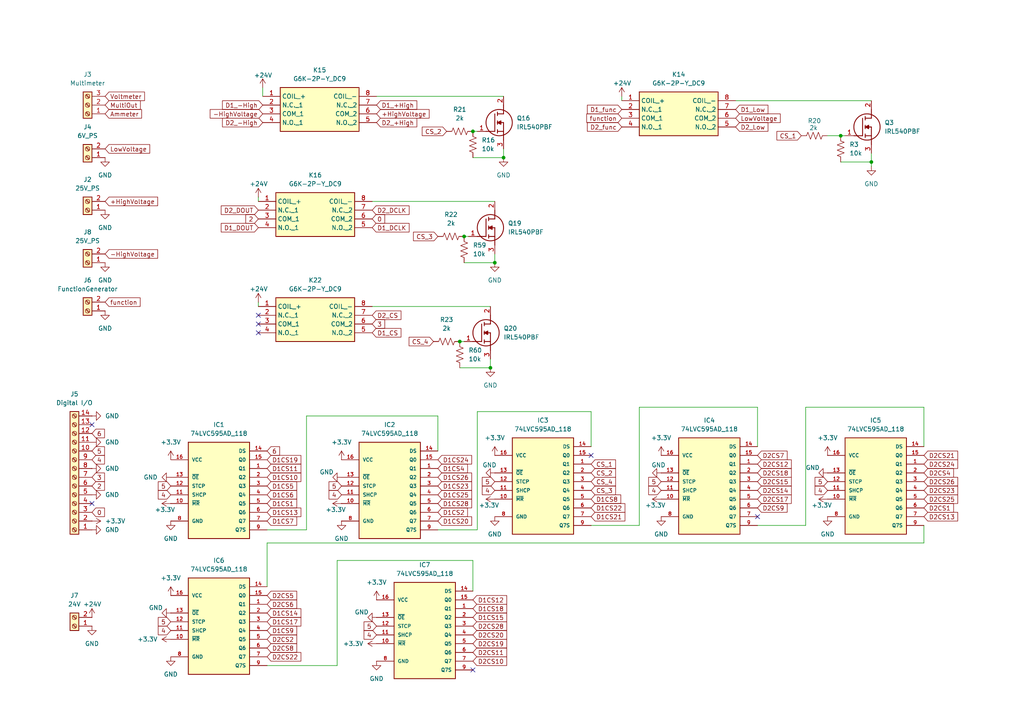
<source format=kicad_sch>
(kicad_sch (version 20231120) (generator "eeschema") (generator_version "8.0")
  (paper "A4")
  (junction (at 227.33 -97.79))
  (junction (at 279.4 -92.71))
  (junction (at 200.66 -40.64))
  (junction (at 35.56 270.51))
  (junction (at 40.64 -132.08))
  (junction (at 142.24 106.68))
  (junction (at 181.61 -81.28))
  (junction (at 113.03 220.98))
  (junction (at 285.75 261.62))
  (junction (at 203.2 270.51))
  (junction (at 35.56 279.4))
  (junction (at 232.41 -81.28))
  (junction (at 45.72 -83.82))
  (junction (at 238.76 273.05))
  (junction (at 236.22 256.54))
  (junction (at -5.08 -116.84))
  (junction (at 147.32 236.22))
  (junction (at 273.05 278.13))
  (junction (at 133.35 300.99))
  (junction (at 236.22 252.73))
  (junction (at 298.45 334.01))
  (junction (at 292.1 -20.32))
  (junction (at 207.01 313.69))
  (junction (at 243.84 39.37))
  (junction (at 41.91 -83.82))
  (junction (at 127 -53.34))
  (junction (at 252.73 -78.74))
  (junction (at 29.21 -83.82))
  (junction (at 259.08 275.59))
  (junction (at 182.88 290.83))
  (junction (at 143.51 76.2))
  (junction (at 146.05 45.72))
  (junction (at 196.85 -93.98))
  (junction (at 1.27 237.49))
  (junction (at 48.26 270.51))
  (junction (at 200.66 -44.45))
  (junction (at 289.56 326.39))
  (junction (at 107.95 -78.74))
  (junction (at 140.97 -118.11))
  (junction (at 137.16 -80.01))
  (junction (at 266.7 -76.2))
  (junction (at 196.85 -83.82))
  (junction (at 52.07 270.51))
  (junction (at 187.96 273.05))
  (junction (at 45.72 -36.83))
  (junction (at 46.99 222.25))
  (junction (at 114.3 275.59))
  (junction (at 50.8 270.51))
  (junction (at 176.53 -63.5))
  (junction (at 227.33 -101.6))
  (junction (at 143.51 274.32))
  (junction (at 1.27 228.6))
  (junction (at 52.07 317.5))
  (junction (at 140.97 -97.79))
  (junction (at 137.16 38.1))
  (junction (at 134.62 68.58))
  (junction (at 283.21 -27.94))
  (junction (at 106.68 -133.35))
  (junction (at 200.66 -58.42))
  (junction (at -5.08 -125.73))
  (junction (at 278.13 243.84))
  (junction (at 252.73 46.99))
  (junction (at 133.35 99.06))
  (junction (at 44.45 -83.82))
  (junction (at 29.21 -74.93))
  (junction (at 207.01 309.88))
  (junction (at 223.52 -83.82))
  (junction (at 207.01 295.91))
  (junction (at 203.2 260.35))
  (junction (at 271.78 -110.49))
  (junction (at 229.87 270.51))
  (junction (at 147.32 256.54))
  (no_connect (at 228.6 318.77))
  (no_connect (at 261.62 318.77))
  (no_connect (at 74.93 93.98))
  (no_connect (at 255.27 -35.56))
  (no_connect (at 219.71 149.86))
  (no_connect (at 74.93 91.44))
  (no_connect (at 26.67 123.19))
  (no_connect (at 74.93 96.52))
  (no_connect (at 222.25 -35.56))
  (no_connect (at 26.67 146.05))
  (no_connect (at 171.45 132.08))
  (no_connect (at 137.16 194.31))
  (wire (pts (xy 241.3 256.54) (xy 236.22 256.54)))
  (wire (pts (xy 195.58 -78.74) (xy 201.93 -78.74)))
  (wire (pts (xy 55.88 -72.39) (xy 50.8 -72.39)))
  (wire (pts (xy -5.08 -130.81) (xy 16.51 -130.81)))
  (wire (pts (xy 77.47 153.67) (xy 88.9 153.67)))
  (wire (pts (xy 17.78 -74.93) (xy 29.21 -74.93)))
  (wire (pts (xy 241.3 -20.32) (xy 241.3 -19.05)))
  (wire (pts (xy 134.62 68.58) (xy 135.89 68.58)))
  (wire (pts (xy 29.21 -74.93) (xy 29.21 -57.15)))
  (wire (pts (xy 172.72 273.05) (xy 187.96 273.05)))
  (wire (pts (xy 246.38 242.57) (xy 246.38 273.05)))
  (wire (pts (xy 1.27 223.52) (xy 22.86 223.52)))
  (wire (pts (xy 227.33 -97.79) (xy 227.33 -83.82)))
  (wire (pts (xy 109.22 27.94) (xy 146.05 27.94)))
  (wire (pts (xy 137.16 -80.01) (xy 148.59 -80.01)))
  (wire (pts (xy 289.56 -74.93) (xy 292.1 -74.93)))
  (wire (pts (xy 275.59 281.94) (xy 278.13 281.94)))
  (wire (pts (xy 133.35 99.06) (xy 134.62 99.06)))
  (wire (pts (xy 201.93 290.83) (xy 201.93 275.59)))
  (wire (pts (xy 233.68 152.4) (xy 233.68 118.11)))
  (wire (pts (xy 203.2 270.51) (xy 208.28 270.51)))
  (wire (pts (xy 77.47 157.48) (xy 77.47 170.18)))
  (wire (pts (xy 66.04 237.49) (xy 1.27 237.49)))
  (wire (pts (xy 264.16 -110.49) (xy 271.78 -110.49)))
  (wire (pts (xy 137.16 -80.01) (xy 137.16 -97.79)))
  (wire (pts (xy 3.81 276.86) (xy 6.35 276.86)))
  (wire (pts (xy 138.43 274.32) (xy 143.51 274.32)))
  (wire (pts (xy 133.35 300.99) (xy 187.96 300.99)))
  (wire (pts (xy 118.11 262.89) (xy 118.11 264.16)))
  (wire (pts (xy 106.68 -133.35) (xy 106.68 -109.22)))
  (wire (pts (xy 200.66 -44.45) (xy 200.66 -40.64)))
  (wire (pts (xy -5.08 -130.81) (xy -5.08 -125.73)))
  (wire (pts (xy 181.61 -43.18) (xy 176.53 -43.18)))
  (wire (pts (xy 143.51 256.54) (xy 147.32 256.54)))
  (wire (pts (xy 267.97 118.11) (xy 267.97 129.54)))
  (wire (pts (xy 228.6 278.13) (xy 273.05 278.13)))
  (wire (pts (xy 176.53 -63.5) (xy 195.58 -63.5)))
  (wire (pts (xy 228.6 247.65) (xy 228.6 248.92)))
  (wire (pts (xy 228.6 270.51) (xy 229.87 270.51)))
  (wire (pts (xy 243.84 -107.95) (xy 246.38 -107.95)))
  (wire (pts (xy 107.95 88.9) (xy 142.24 88.9)))
  (wire (pts (xy 226.06 252.73) (xy 236.22 252.73)))
  (wire (pts (xy 143.51 274.32) (xy 143.51 256.54)))
  (wire (pts (xy 229.87 -101.6) (xy 227.33 -101.6)))
  (wire (pts (xy 200.66 -58.42) (xy 200.66 -62.23)))
  (wire (pts (xy 127 -53.34) (xy 127 -36.83)))
  (wire (pts (xy -2.54 -77.47) (xy 0 -77.47)))
  (wire (pts (xy 187.96 273.05) (xy 187.96 300.99)))
  (wire (pts (xy 53.34 -95.25) (xy 55.88 -95.25)))
  (wire (pts (xy 185.42 152.4) (xy 185.42 118.11)))
  (wire (pts (xy 266.7 -16.51) (xy 266.7 -76.2)))
  (wire (pts (xy 298.45 279.4) (xy 298.45 261.62)))
  (wire (pts (xy 137.16 38.1) (xy 138.43 38.1)))
  (wire (pts (xy 107.95 58.42) (xy 143.51 58.42)))
  (wire (pts (xy 289.56 334.01) (xy 298.45 334.01)))
  (wire (pts (xy 229.87 294.64) (xy 226.06 294.64)))
  (wire (pts (xy 279.4 -27.94) (xy 283.21 -27.94)))
  (wire (pts (xy -5.08 -125.73) (xy -5.08 -116.84)))
  (wire (pts (xy 196.85 -102.87) (xy 196.85 -93.98)))
  (wire (pts (xy 147.32 227.33) (xy 278.13 227.33)))
  (wire (pts (xy 114.3 275.59) (xy 120.65 275.59)))
  (wire (pts (xy 20.32 219.71) (xy 22.86 219.71)))
  (wire (pts (xy 132.08 -80.01) (xy 137.16 -80.01)))
  (wire (pts (xy 143.51 274.32) (xy 154.94 274.32)))
  (wire (pts (xy 52.07 262.89) (xy 52.07 270.51)))
  (wire (pts (xy 217.17 306.07) (xy 238.76 306.07)))
  (wire (pts (xy 226.06 248.92) (xy 228.6 248.92)))
  (wire (pts (xy 99.06 298.45) (xy 101.6 298.45)))
  (wire (pts (xy 85.09 -118.11) (xy 140.97 -118.11)))
  (wire (pts (xy 185.42 118.11) (xy 219.71 118.11)))
  (wire (pts (xy 140.97 -127) (xy 271.78 -127)))
  (wire (pts (xy 114.3 262.89) (xy 114.3 275.59)))
  (wire (pts (xy 20.32 314.96) (xy 22.86 314.96)))
  (wire (pts (xy 199.39 -99.06) (xy 201.93 -99.06)))
  (wire (pts (xy 46.99 222.25) (xy 46.99 243.84)))
  (wire (pts (xy 196.85 -93.98) (xy 196.85 -83.82)))
  (wire (pts (xy 200.66 -44.45) (xy 199.39 -44.45)))
  (wire (pts (xy 147.32 256.54) (xy 154.94 256.54)))
  (wire (pts (xy 273.05 238.76) (xy 273.05 240.03)))
  (wire (pts (xy 222.25 -30.48) (xy 210.82 -30.48)))
  (wire (pts (xy 133.35 106.68) (xy 142.24 106.68)))
  (wire (pts (xy 142.24 106.68) (xy 142.24 104.14)))
  (wire (pts (xy 247.65 334.01) (xy 247.65 335.28)))
  (wire (pts (xy 283.21 257.81) (xy 288.29 257.81)))
  (wire (pts (xy 166.37 -63.5) (xy 176.53 -63.5)))
  (wire (pts (xy 166.37 -99.06) (xy 176.53 -99.06)))
  (wire (pts (xy 222.25 -81.28) (xy 232.41 -81.28)))
  (wire (pts (xy 217.17 323.85) (xy 217.17 306.07)))
  (wire (pts (xy 76.2 -135.89) (xy 78.74 -135.89)))
  (wire (pts (xy 143.51 76.2) (xy 143.51 73.66)))
  (wire (pts (xy 298.45 261.62) (xy 285.75 261.62)))
  (wire (pts (xy 267.97 157.48) (xy 77.47 157.48)))
  (wire (pts (xy 205.74 255.27) (xy 208.28 255.27)))
  (wire (pts (xy 62.23 262.89) (xy 52.07 262.89)))
  (wire (pts (xy 295.91 275.59) (xy 300.99 275.59)))
  (wire (pts (xy 46.99 222.25) (xy 85.09 222.25)))
  (wire (pts (xy 24.13 297.18) (xy 35.56 297.18)))
  (wire (pts (xy 172.72 290.83) (xy 182.88 290.83)))
  (wire (pts (xy 146.05 -66.04) (xy 148.59 -66.04)))
  (wire (pts (xy 201.93 -58.42) (xy 200.66 -58.42)))
  (wire (pts (xy 289.56 -78.74) (xy 294.64 -78.74)))
  (wire (pts (xy 270.51 -27.94) (xy 271.78 -27.94)))
  (wire (pts (xy 171.45 119.38) (xy 171.45 129.54)))
  (wire (pts (xy 252.73 -93.98) (xy 252.73 -78.74)))
  (wire (pts (xy 298.45 334.01) (xy 298.45 331.47)))
  (wire (pts (xy 152.4 270.51) (xy 154.94 270.51)))
  (wire (pts (xy 266.7 -114.3) (xy 266.7 -115.57)))
  (wire (pts (xy 207.01 309.88) (xy 207.01 313.69)))
  (wire (pts (xy 76.2 25.4) (xy 76.2 27.94)))
  (wire (pts (xy 29.21 -83.82) (xy 41.91 -83.82)))
  (wire (pts (xy 298.45 335.28) (xy 298.45 334.01)))
  (wire (pts (xy 59.69 259.08) (xy 62.23 259.08)))
  (wire (pts (xy 137.16 162.56) (xy 137.16 171.45)))
  (wire (pts (xy 285.75 326.39) (xy 289.56 326.39)))
  (wire (pts (xy 29.21 -83.82) (xy 29.21 -74.93)))
  (wire (pts (xy 74.93 87.63) (xy 74.93 88.9)))
  (wire (pts (xy 41.91 -92.71) (xy 41.91 -83.82)))
  (wire (pts (xy 118.11 271.78) (xy 120.65 271.78)))
  (wire (pts (xy 182.88 290.83) (xy 201.93 290.83)))
  (wire (pts (xy 229.87 -133.35) (xy 229.87 -101.6)))
  (wire (pts (xy 50.8 270.51) (xy 52.07 270.51)))
  (wire (pts (xy 219.71 118.11) (xy 219.71 129.54)))
  (wire (pts (xy 40.64 -132.08) (xy 40.64 -110.49)))
  (wire (pts (xy 179.07 -46.99) (xy 181.61 -46.99)))
  (wire (pts (xy 137.16 45.72) (xy 146.05 45.72)))
  (wire (pts (xy 113.03 -53.34) (xy 127 -53.34)))
  (wire (pts (xy 1.27 228.6) (xy 1.27 237.49)))
  (wire (pts (xy 181.61 -81.28) (xy 181.61 -53.34)))
  (wire (pts (xy 57.15 -120.65) (xy 59.69 -120.65)))
  (wire (pts (xy 261.62 321.31) (xy 264.16 321.31)))
  (wire (pts (xy 152.4 252.73) (xy 154.94 252.73)))
  (wire (pts (xy 146.05 45.72) (xy 146.05 43.18)))
  (wire (pts (xy 182.88 255.27) (xy 182.88 270.51)))
  (wire (pts (xy 6.35 261.62) (xy 1.27 261.62)))
  (wire (pts (xy 138.43 119.38) (xy 171.45 119.38)))
  (wire (pts (xy 200.66 -62.23) (xy 201.93 -62.23)))
  (wire (pts (xy 111.76 -82.55) (xy 114.3 -82.55)))
  (wire (pts (xy 223.52 -59.69) (xy 219.71 -59.69)))
  (wire (pts (xy 97.79 193.04) (xy 97.79 162.56)))
  (wire (pts (xy 176.53 -83.82) (xy 196.85 -83.82)))
  (wire (pts (xy 288.29 256.54) (xy 288.29 257.81)))
  (wire (pts (xy 210.82 -30.48) (xy 210.82 -48.26)))
  (wire (pts (xy 261.62 -16.51) (xy 266.7 -16.51)))
  (wire (pts (xy 35.56 270.51) (xy 48.26 270.51)))
  (wire (pts (xy 0 -92.71) (xy -5.08 -92.71)))
  (wire (pts (xy 182.88 290.83) (xy 182.88 311.15)))
  (wire (pts (xy 243.84 39.37) (xy 245.11 39.37)))
  (wire (pts (xy 229.87 270.51) (xy 236.22 270.51)))
  (wire (pts (xy 292.1 -92.71) (xy 279.4 -92.71)))
  (wire (pts (xy 236.22 256.54) (xy 236.22 270.51)))
  (wire (pts (xy 172.72 255.27) (xy 182.88 255.27)))
  (wire (pts (xy 257.81 -78.74) (xy 257.81 -33.02)))
  (wire (pts (xy 223.52 -83.82) (xy 227.33 -83.82)))
  (wire (pts (xy 252.73 -78.74) (xy 222.25 -78.74)))
  (wire (pts (xy 90.17 -52.07) (xy 90.17 -78.74)))
  (wire (pts (xy 17.78 -57.15) (xy 29.21 -57.15)))
  (wire (pts (xy 13.97 -134.62) (xy 16.51 -134.62)))
  (wire (pts (xy 13.97 -39.37) (xy 16.51 -39.37)))
  (wire (pts (xy 207.01 295.91) (xy 207.01 292.1)))
  (wire (pts (xy 266.7 -76.2) (xy 271.78 -76.2)))
  (wire (pts (xy 59.69 -116.84) (xy -5.08 -116.84)))
  (wire (pts (xy 53.34 -76.2) (xy 55.88 -76.2)))
  (wire (pts (xy 127 153.67) (xy 138.43 153.67)))
  (wire (pts (xy 210.82 -48.26) (xy 232.41 -48.26)))
  (wire (pts (xy -1.27 -52.07) (xy 0 -52.07)))
  (wire (pts (xy 3.81 257.81) (xy 6.35 257.81)))
  (wire (pts (xy 255.27 -38.1) (xy 292.1 -38.1)))
  (wire (pts (xy 219.71 -105.41) (xy 222.25 -105.41)))
  (wire (pts (xy 295.91 279.4) (xy 298.45 279.4)))
  (wire (pts (xy 107.95 -91.44) (xy 107.95 -78.74)))
  (wire (pts (xy 140.97 -97.79) (xy 148.59 -97.79)))
  (wire (pts (xy 219.71 -55.88) (xy 222.25 -55.88)))
  (wire (pts (xy 223.52 -83.82) (xy 223.52 -59.69)))
  (wire (pts (xy 252.73 242.57) (xy 246.38 242.57)))
  (wire (pts (xy 267.97 152.4) (xy 267.97 157.48)))
  (wire (pts (xy 289.56 326.39) (xy 290.83 326.39)))
  (wire (pts (xy 246.38 273.05) (xy 238.76 273.05)))
  (wire (pts (xy 240.03 -111.76) (xy 240.03 -81.28)))
  (wire (pts (xy 240.03 -81.28) (xy 232.41 -81.28)))
  (wire (pts (xy 137.16 -62.23) (xy 137.16 -80.01)))
  (wire (pts (xy 255.27 -33.02) (xy 257.81 -33.02)))
  (wire (pts (xy 207.01 292.1) (xy 208.28 292.1)))
  (wire (pts (xy 276.86 -96.52) (xy 281.94 -96.52)))
  (wire (pts (xy 261.62 316.23) (xy 298.45 316.23)))
  (wire (pts (xy 176.53 -99.06) (xy 176.53 -83.82)))
  (wire (pts (xy 252.73 46.99) (xy 252.73 44.45)))
  (wire (pts (xy 231.14 -97.79) (xy 227.33 -97.79)))
  (wire (pts (xy 187.96 273.05) (xy 208.28 273.05)))
  (wire (pts (xy 88.9 153.67) (xy 88.9 120.65)))
  (wire (pts (xy 228.6 273.05) (xy 238.76 273.05)))
  (wire (pts (xy -5.08 -116.84) (xy -5.08 -92.71)))
  (wire (pts (xy 207.01 309.88) (xy 205.74 309.88)))
  (wire (pts (xy 45.72 -91.44) (xy 45.72 -83.82)))
  (wire (pts (xy 127 -53.34) (xy 181.61 -53.34)))
  (wire (pts (xy 107.95 -78.74) (xy 114.3 -78.74)))
  (wire (pts (xy 228.6 314.96) (xy 228.6 316.23)))
  (wire (pts (xy 57.15 281.94) (xy 57.15 270.51)))
  (wire (pts (xy 106.68 -133.35) (xy 229.87 -133.35)))
  (wire (pts (xy 292.1 -20.32) (xy 292.1 -22.86)))
  (wire (pts (xy 43.18 241.3) (xy 43.18 243.84)))
  (wire (pts (xy 273.05 337.82) (xy 273.05 278.13)))
  (wire (pts (xy 41.91 -83.82) (xy 44.45 -83.82)))
  (wire (pts (xy 101.6 302.26) (xy 96.52 302.26)))
  (wire (pts (xy 63.5 233.68) (xy 66.04 233.68)))
  (wire (pts (xy 200.66 -58.42) (xy 200.66 -44.45)))
  (wire (pts (xy 256.54 -90.17) (xy 259.08 -90.17)))
  (wire (pts (xy 119.38 300.99) (xy 133.35 300.99)))
  (wire (pts (xy 24.13 279.4) (xy 35.56 279.4)))
  (wire (pts (xy 196.85 -83.82) (xy 201.93 -83.82)))
  (wire (pts (xy 231.14 -95.25) (xy 231.14 -97.79)))
  (wire (pts (xy -2.54 -59.69) (xy 0 -59.69)))
  (wire (pts (xy 241.3 259.08) (xy 241.3 256.54)))
  (wire (pts (xy 222.25 -83.82) (xy 223.52 -83.82)))
  (wire (pts (xy 294.64 -80.01) (xy 294.64 -78.74)))
  (wire (pts (xy 219.71 152.4) (xy 233.68 152.4)))
  (wire (pts (xy 278.13 243.84) (xy 285.75 243.84)))
  (wire (pts (xy 250.19 246.38) (xy 252.73 246.38)))
  (wire (pts (xy 36.83 -113.03) (xy 36.83 -110.49)))
  (wire (pts (xy 91.44 236.22) (xy 147.32 236.22)))
  (wire (pts (xy 40.64 -132.08) (xy 34.29 -132.08)))
  (wire (pts (xy 96.52 275.59) (xy 114.3 275.59)))
  (wire (pts (xy 226.06 298.45) (xy 228.6 298.45)))
  (wire (pts (xy 200.66 -40.64) (xy 199.39 -40.64)))
  (wire (pts (xy 90.17 -78.74) (xy 107.95 -78.74)))
  (wire (pts (xy 55.88 -91.44) (xy 45.72 -91.44)))
  (wire (pts (xy 111.76 -91.44) (xy 111.76 -90.17)))
  (wire (pts (xy 5.08 302.26) (xy 6.35 302.26)))
  (wire (pts (xy 273.05 278.13) (xy 278.13 278.13)))
  (wire (pts (xy 127 120.65) (xy 127 130.81)))
  (wire (pts (xy 146.05 -83.82) (xy 148.59 -83.82)))
  (wire (pts (xy 228.6 323.85) (xy 217.17 323.85)))
  (wire (pts (xy 152.4 288.29) (xy 154.94 288.29)))
  (wire (pts (xy 1.27 237.49) (xy 1.27 261.62)))
  (wire (pts (xy 48.26 270.51) (xy 50.8 270.51)))
  (wire (pts (xy 213.36 29.21) (xy 252.73 29.21)))
  (wire (pts (xy 208.28 251.46) (xy 203.2 251.46)))
  (wire (pts (xy 113.03 220.98) (xy 236.22 220.98)))
  (wire (pts (xy 281.94 -97.79) (xy 281.94 -96.52)))
  (wire (pts (xy 203.2 260.35) (xy 203.2 270.51)))
  (wire (pts (xy 50.8 294.64) (xy 50.8 270.51)))
  (wire (pts (xy 285.75 261.62) (xy 283.21 261.62)))
  (wire (pts (xy 34.29 -36.83) (xy 45.72 -36.83)))
  (wire (pts (xy 44.45 -83.82) (xy 45.72 -83.82)))
  (wire (pts (xy 113.03 220.98) (xy 113.03 245.11)))
  (wire (pts (xy 35.56 270.51) (xy 35.56 279.4)))
  (wire (pts (xy 207.01 295.91) (xy 207.01 309.88)))
  (wire (pts (xy 265.43 260.35) (xy 259.08 260.35)))
  (wire (pts (xy 24.13 260.35) (xy 35.56 260.35)))
  (wire (pts (xy 133.35 300.99) (xy 133.35 317.5)))
  (wire (pts (xy 1.27 223.52) (xy 1.27 228.6)))
  (wire (pts (xy 259.08 260.35) (xy 259.08 275.59)))
  (wire (pts (xy -6.35 -125.73) (xy -5.08 -125.73)))
  (wire (pts (xy 207.01 313.69) (xy 205.74 313.69)))
  (wire (pts (xy 236.22 252.73) (xy 236.22 256.54)))
  (wire (pts (xy 181.61 -81.28) (xy 201.93 -81.28)))
  (wire (pts (xy 247.65 335.28) (xy 250.19 335.28)))
  (wire (pts (xy 147.32 227.33) (xy 147.32 236.22)))
  (wire (pts (xy 264.16 -114.3) (xy 266.7 -114.3)))
  (wire (pts (xy 236.22 220.98) (xy 236.22 252.73)))
  (wire (pts (xy 292.1 -19.05) (xy 292.1 -20.32)))
  (wire (pts (xy 40.64 317.5) (xy 52.07 317.5)))
  (wire (pts (xy 285.75 243.84) (xy 285.75 261.62)))
  (wire (pts (xy 35.56 260.35) (xy 35.56 270.51)))
  (wire (pts (xy 240.03 39.37) (xy 243.84 39.37)))
  (wire (pts (xy 259.08 275.59) (xy 228.6 275.59)))
  (wire (pts (xy 195.58 -63.5) (xy 195.58 -78.74)))
  (wire (pts (xy 233.68 118.11) (xy 267.97 118.11)))
  (wire (pts (xy 59.69 278.13) (xy 62.23 278.13)))
  (wire (pts (xy 146.05 -101.6) (xy 148.59 -101.6)))
  (wire (pts (xy 243.84 46.99) (xy 252.73 46.99)))
  (wire (pts (xy 102.87 220.98) (xy 113.03 220.98)))
  (wire (pts (xy 44.45 -59.69) (xy 44.45 -83.82)))
  (wire (pts (xy 227.33 -101.6) (xy 227.33 -97.79)))
  (wire (pts (xy 133.35 317.5) (xy 52.07 317.5)))
  (wire (pts (xy 222.25 -76.2) (xy 266.7 -76.2)))
  (wire (pts (xy 259.08 -93.98) (xy 252.73 -93.98)))
  (wire (pts (xy 82.55 218.44) (xy 85.09 218.44)))
  (wire (pts (xy 203.2 251.46) (xy 203.2 260.35)))
  (wire (pts (xy 40.64 -132.08) (xy 78.74 -132.08)))
  (wire (pts (xy 96.52 302.26) (xy 96.52 275.59)))
  (wire (pts (xy 140.97 -118.11) (xy 140.97 -97.79)))
  (wire (pts (xy 176.53 -63.5) (xy 176.53 -43.18)))
  (wire (pts (xy 279.4 -92.71) (xy 276.86 -92.71)))
  (wire (pts (xy 262.89 264.16) (xy 265.43 264.16)))
  (wire (pts (xy 279.4 -110.49) (xy 279.4 -92.71)))
  (wire (pts (xy 264.16 275.59) (xy 264.16 321.31)))
  (wire (pts (xy 74.93 57.15) (xy 74.93 58.42)))
  (wire (pts (xy 278.13 227.33) (xy 278.13 243.84)))
  (wire (pts (xy 180.34 27.94) (xy 180.34 29.21)))
  (wire (pts (xy 182.88 270.51) (xy 203.2 270.51)))
  (wire (pts (xy 96.52 -133.35) (xy 106.68 -133.35)))
  (wire (pts (xy 283.21 -20.32) (xy 292.1 -20.32)))
  (wire (pts (xy 270.51 240.03) (xy 273.05 240.03)))
  (wire (pts (xy 134.62 76.2) (xy 143.51 76.2)))
  (wire (pts (xy 208.28 295.91) (xy 207.01 295.91)))
  (wire (pts (xy 269.24 -72.39) (xy 271.78 -72.39)))
  (wire (pts (xy 292.1 -74.93) (xy 292.1 -92.71)))
  (wire (pts (xy -2.54 -96.52) (xy 0 -96.52)))
  (wire (pts (xy 264.16 275.59) (xy 259.08 275.59)))
  (wire (pts (xy 45.72 -83.82) (xy 50.8 -83.82)))
  (wire (pts (xy 154.94 292.1) (xy 143.51 292.1)))
  (wire (pts (xy 50.8 -72.39) (xy 50.8 -83.82)))
  (wire (pts (xy 219.71 -101.6) (xy 227.33 -101.6)))
  (wire (pts (xy 222.25 -106.68) (xy 222.25 -105.41)))
  (wire (pts (xy 229.87 270.51) (xy 229.87 294.64)))
  (wire (pts (xy 187.96 311.15) (xy 182.88 311.15)))
  (wire (pts (xy 271.78 -127) (xy 271.78 -110.49)))
  (wire (pts (xy 46.99 222.25) (xy 40.64 222.25)))
  (wire (pts (xy 140.97 -127) (xy 140.97 -118.11)))
  (wire (pts (xy 283.21 -27.94) (xy 284.48 -27.94)))
  (wire (pts (xy 252.73 48.26) (xy 252.73 46.99)))
  (wire (pts (xy 137.16 -97.79) (xy 140.97 -97.79)))
  (wire (pts (xy 138.43 153.67) (xy 138.43 119.38)))
  (wire (pts (xy 201.93 275.59) (xy 208.28 275.59)))
  (wire (pts (xy 185.42 307.34) (xy 187.96 307.34)))
  (wire (pts (xy 92.71 -55.88) (xy 95.25 -55.88)))
  (wire (pts (xy 88.9 120.65) (xy 127 120.65)))
  (wire (pts (xy 48.26 261.62) (xy 48.26 270.51)))
  (wire (pts (xy 270.51 243.84) (xy 278.13 243.84)))
  (wire (pts (xy 0 228.6) (xy 1.27 228.6)))
  (wire (pts (xy 3.81 294.64) (xy 6.35 294.64)))
  (wire (pts (xy 29.21 -93.98) (xy 29.21 -83.82)))
  (wire (pts (xy 147.32 236.22) (xy 147.32 256.54)))
  (wire (pts (xy 45.72 -41.91) (xy 45.72 -36.83)))
  (wire (pts (xy 77.47 193.04) (xy 97.79 193.04)))
  (wire (pts (xy 35.56 279.4) (xy 35.56 297.18)))
  (wire (pts (xy 240.03 -111.76) (xy 246.38 -111.76)))
  (wire (pts (xy 300.99 275.59) (xy 300.99 274.32)))
  (wire (pts (xy 201.93 -102.87) (xy 196.85 -102.87)))
  (wire (pts (xy 52.07 270.51) (xy 57.15 270.51)))
  (wire (pts (xy 62.23 281.94) (xy 57.15 281.94)))
  (wire (pts (xy 238.76 273.05) (xy 238.76 306.07)))
  (wire (pts (xy 97.79 162.56) (xy 137.16 162.56)))
  (wire (pts (xy 271.78 -110.49) (xy 279.4 -110.49)))
  (wire (pts (xy 143.51 292.1) (xy 143.51 274.32)))
  (wire (pts (xy 171.45 152.4) (xy 185.42 152.4)))
  (wire (pts (xy 222.25 -39.37) (xy 222.25 -38.1)))
  (wire (pts (xy 257.81 -78.74) (xy 252.73 -78.74)))
  (wire (pts (xy 148.59 -62.23) (xy 137.16 -62.23)))
  (wire (pts (xy 241.3 -19.05) (xy 243.84 -19.05)))
  (wire (pts (xy 267.97 337.82) (xy 273.05 337.82)))
  (wire (pts (xy 232.41 -81.28) (xy 232.41 -48.26)))
  (wire (pts (xy 52.07 312.42) (xy 52.07 317.5)))
  (wire (pts (xy 95.25 -52.07) (xy 90.17 -52.07)))
  (wire (pts (xy 166.37 -81.28) (xy 181.61 -81.28)))
  (wire (pts (xy 127 -36.83) (xy 45.72 -36.83)))
  (wire (pts (xy 17.78 -93.98) (xy 29.21 -93.98)))
  (global_label "0" (shape input) (at 107.95 63.5 0) (property "Intersheetrefs" "${INTERSHEET_REFS}" (effects (hide yes))))
  (global_label "D1_DCLK" (shape input) (at 107.95 66.04 0) (property "Intersheetrefs" "${INTERSHEET_REFS}" (effects (hide yes))))
  (global_label "Ammeter" (shape input) (at 30.48 33.02 0) (property "Intersheetrefs" "${INTERSHEET_REFS}" (effects (hide yes))))
  (global_label "D2CS26" (shape input) (at 267.97 139.7 0) (property "Intersheetrefs" "${INTERSHEET_REFS}" (effects (hide yes))))
  (global_label "D2_-High" (shape input) (at 76.2 35.56 180) (property "Intersheetrefs" "${INTERSHEET_REFS}" (effects (hide yes))))
  (global_label "D1CS20" (shape input) (at 127 151.13 0) (property "Intersheetrefs" "${INTERSHEET_REFS}" (effects (hide yes))))
  (global_label "D2CS6" (shape input) (at 77.47 175.26 0) (property "Intersheetrefs" "${INTERSHEET_REFS}" (effects (hide yes))))
  (global_label "D2CS4" (shape input) (at 66.04 241.3 180) (property "Intersheetrefs" "${INTERSHEET_REFS}" (effects (hide yes))))
  (global_label "D1_-High" (shape input) (at 0 -55.88 180) (property "Intersheetrefs" "${INTERSHEET_REFS}" (effects (hide yes))))
  (global_label "D1CS17" (shape input) (at 148.59 -93.98 180) (property "Intersheetrefs" "${INTERSHEET_REFS}" (effects (hide yes))))
  (global_label "D2CS28" (shape input) (at 137.16 181.61 0) (property "Intersheetrefs" "${INTERSHEET_REFS}" (effects (hide yes))))
  (global_label "D1CS10" (shape input) (at 77.47 138.43 0) (property "Intersheetrefs" "${INTERSHEET_REFS}" (effects (hide yes))))
  (global_label "D2CS15" (shape input) (at 219.71 139.7 0) (property "Intersheetrefs" "${INTERSHEET_REFS}" (effects (hide yes))))
  (global_label "D2CS25" (shape input) (at 295.91 283.21 0) (property "Intersheetrefs" "${INTERSHEET_REFS}" (effects (hide yes))))
  (global_label "D2CS24" (shape input) (at 267.97 134.62 0) (property "Intersheetrefs" "${INTERSHEET_REFS}" (effects (hide yes))))
  (global_label "D1CS19" (shape input) (at 77.47 133.35 0) (property "Intersheetrefs" "${INTERSHEET_REFS}" (effects (hide yes))))
  (global_label "D2CS7" (shape input) (at 219.71 132.08 0) (property "Intersheetrefs" "${INTERSHEET_REFS}" (effects (hide yes))))
  (global_label "MultiOut" (shape input) (at 96.52 275.59 180) (property "Intersheetrefs" "${INTERSHEET_REFS}" (effects (hide yes))))
  (global_label "D2CS6" (shape input) (at 43.18 241.3 180) (property "Intersheetrefs" "${INTERSHEET_REFS}" (effects (hide yes))))
  (global_label "CS_2" (shape input) (at 171.45 137.16 0) (property "Intersheetrefs" "${INTERSHEET_REFS}" (effects (hide yes))))
  (global_label "D1_func" (shape input) (at 16.51 -35.56 180) (property "Intersheetrefs" "${INTERSHEET_REFS}" (effects (hide yes))))
  (global_label "D1_-High" (shape input) (at 76.2 30.48 180) (property "Intersheetrefs" "${INTERSHEET_REFS}" (effects (hide yes))))
  (global_label "D2_DCLK" (shape input) (at 107.95 60.96 0) (property "Intersheetrefs" "${INTERSHEET_REFS}" (effects (hide yes))))
  (global_label "D2CS23" (shape input) (at 270.51 247.65 0) (property "Intersheetrefs" "${INTERSHEET_REFS}" (effects (hide yes))))
  (global_label "D2CS14" (shape input) (at 101.6 306.07 180) (property "Intersheetrefs" "${INTERSHEET_REFS}" (effects (hide yes))))
  (global_label "D2CS15" (shape input) (at 22.86 322.58 180) (property "Intersheetrefs" "${INTERSHEET_REFS}" (effects (hide yes))))
  (global_label "D1CS21" (shape input) (at 171.45 149.86 0) (property "Intersheetrefs" "${INTERSHEET_REFS}" (effects (hide yes))))
  (global_label "D1_Low" (shape input) (at 213.36 31.75 0) (property "Intersheetrefs" "${INTERSHEET_REFS}" (effects (hide yes))))
  (global_label "D1CS19" (shape input) (at 148.59 -58.42 180) (property "Intersheetrefs" "${INTERSHEET_REFS}" (effects (hide yes))))
  (global_label "D2CS8" (shape input) (at 118.11 264.16 0) (property "Intersheetrefs" "${INTERSHEET_REFS}" (effects (hide yes))))
  (global_label "D1_CS" (shape input) (at 243.84 -15.24 180) (property "Intersheetrefs" "${INTERSHEET_REFS}" (effects (hide yes))))
  (global_label "D1CS7" (shape input) (at 55.88 -87.63 180) (property "Intersheetrefs" "${INTERSHEET_REFS}" (effects (hide yes))))
  (global_label "D2CS19" (shape input) (at 137.16 186.69 0) (property "Intersheetrefs" "${INTERSHEET_REFS}" (effects (hide yes))))
  (global_label "4" (shape input) (at 240.03 142.24 180) (property "Intersheetrefs" "${INTERSHEET_REFS}" (effects (hide yes))))
  (global_label "D2CS9" (shape input) (at 219.71 147.32 0) (property "Intersheetrefs" "${INTERSHEET_REFS}" (effects (hide yes))))
  (global_label "4" (shape input) (at 26.67 133.35 0) (property "Intersheetrefs" "${INTERSHEET_REFS}" (effects (hide yes))))
  (global_label "D1CS9" (shape input) (at 114.3 -74.93 180) (property "Intersheetrefs" "${INTERSHEET_REFS}" (effects (hide yes))))
  (global_label "CS_4" (shape input) (at 125.73 99.06 180) (property "Intersheetrefs" "${INTERSHEET_REFS}" (effects (hide yes))))
  (global_label "D2_CS" (shape input) (at 250.19 339.09 180) (property "Intersheetrefs" "${INTERSHEET_REFS}" (effects (hide yes))))
  (global_label "D1CS15" (shape input) (at 16.51 -31.75 180) (property "Intersheetrefs" "${INTERSHEET_REFS}" (effects (hide yes))))
  (global_label "D1CS25" (shape input) (at 127 143.51 0) (property "Intersheetrefs" "${INTERSHEET_REFS}" (effects (hide yes))))
  (global_label "+HighVoltage" (shape input) (at 30.48 58.42 0) (property "Intersheetrefs" "${INTERSHEET_REFS}" (effects (hide yes))))
  (global_label "4" (shape input) (at 109.22 184.15 180) (property "Intersheetrefs" "${INTERSHEET_REFS}" (effects (hide yes))))
  (global_label "D2CS20" (shape input) (at 137.16 184.15 0) (property "Intersheetrefs" "${INTERSHEET_REFS}" (effects (hide yes))))
  (global_label "CS_2" (shape input) (at 129.54 38.1 180) (property "Intersheetrefs" "${INTERSHEET_REFS}" (effects (hide yes))))
  (global_label "D2CS8" (shape input) (at 77.47 187.96 0) (property "Intersheetrefs" "${INTERSHEET_REFS}" (effects (hide yes))))
  (global_label "D1_+High" (shape input) (at 109.22 30.48 0) (property "Intersheetrefs" "${INTERSHEET_REFS}" (effects (hide yes))))
  (global_label "D1CS8" (shape input) (at 171.45 144.78 0) (property "Intersheetrefs" "${INTERSHEET_REFS}" (effects (hide yes))))
  (global_label "D2CS18" (shape input) (at 219.71 137.16 0) (property "Intersheetrefs" "${INTERSHEET_REFS}" (effects (hide yes))))
  (global_label "Voltmeter" (shape input) (at 30.48 27.94 0) (property "Intersheetrefs" "${INTERSHEET_REFS}" (effects (hide yes))))
  (global_label "D2CS24" (shape input) (at 283.21 265.43 0) (property "Intersheetrefs" "${INTERSHEET_REFS}" (effects (hide yes))))
  (global_label "4" (shape input) (at 99.06 143.51 180) (property "Intersheetrefs" "${INTERSHEET_REFS}" (effects (hide yes))))
  (global_label "5" (shape input) (at 99.06 140.97 180) (property "Intersheetrefs" "${INTERSHEET_REFS}" (effects (hide yes))))
  (global_label "D1_func" (shape input) (at 180.34 31.75 180) (property "Intersheetrefs" "${INTERSHEET_REFS}" (effects (hide yes))))
  (global_label "6" (shape input) (at 77.47 130.81 0) (property "Intersheetrefs" "${INTERSHEET_REFS}" (effects (hide yes))))
  (global_label "D2CS1" (shape input) (at 267.97 147.32 0) (property "Intersheetrefs" "${INTERSHEET_REFS}" (effects (hide yes))))
  (global_label "D2_Low" (shape input) (at 213.36 36.83 0) (property "Intersheetrefs" "${INTERSHEET_REFS}" (effects (hide yes))))
  (global_label "4" (shape input) (at 49.53 143.51 180) (property "Intersheetrefs" "${INTERSHEET_REFS}" (effects (hide yes))))
  (global_label "D2_Low" (shape input) (at 0 228.6 180) (property "Intersheetrefs" "${INTERSHEET_REFS}" (effects (hide yes))))
  (global_label "D1_+High" (shape input) (at 0 -73.66 180) (property "Intersheetrefs" "${INTERSHEET_REFS}" (effects (hide yes))))
  (global_label "2" (shape input) (at 74.93 63.5 180) (property "Intersheetrefs" "${INTERSHEET_REFS}" (effects (hide yes))))
  (global_label "D1CS18" (shape input) (at 137.16 176.53 0) (property "Intersheetrefs" "${INTERSHEET_REFS}" (effects (hide yes))))
  (global_label "+HighVoltage" (shape input) (at 109.22 33.02 0) (property "Intersheetrefs" "${INTERSHEET_REFS}" (effects (hide yes))))
  (global_label "6" (shape input) (at 26.67 125.73 0) (property "Intersheetrefs" "${INTERSHEET_REFS}" (effects (hide yes))))
  (global_label "D1CS28" (shape input) (at 127 146.05 0) (property "Intersheetrefs" "${INTERSHEET_REFS}" (effects (hide yes))))
  (global_label "D2CS4" (shape input) (at 267.97 137.16 0) (property "Intersheetrefs" "${INTERSHEET_REFS}" (effects (hide yes))))
  (global_label "D1CS4" (shape input) (at 59.69 -113.03 180) (property "Intersheetrefs" "${INTERSHEET_REFS}" (effects (hide yes))))
  (global_label "D1CS28" (shape input) (at 243.84 -11.43 180) (property "Intersheetrefs" "${INTERSHEET_REFS}" (effects (hide yes))))
  (global_label "CS_3" (shape input) (at 171.45 142.24 0) (property "Intersheetrefs" "${INTERSHEET_REFS}" (effects (hide yes))))
  (global_label "D1CS6" (shape input) (at 77.47 143.51 0) (property "Intersheetrefs" "${INTERSHEET_REFS}" (effects (hide yes))))
  (global_label "5" (shape input) (at 191.77 139.7 180) (property "Intersheetrefs" "${INTERSHEET_REFS}" (effects (hide yes))))
  (global_label "D2CS23" (shape input) (at 267.97 142.24 0) (property "Intersheetrefs" "${INTERSHEET_REFS}" (effects (hide yes))))
  (global_label "D2CS13" (shape input) (at 62.23 285.75 180) (property "Intersheetrefs" "${INTERSHEET_REFS}" (effects (hide yes))))
  (global_label "D1CS5" (shape input) (at 77.47 140.97 0) (property "Intersheetrefs" "${INTERSHEET_REFS}" (effects (hide yes))))
  (global_label "4" (shape input) (at 143.51 142.24 180) (property "Intersheetrefs" "${INTERSHEET_REFS}" (effects (hide yes))))
  (global_label "D2_-High" (shape input) (at 6.35 298.45 180) (property "Intersheetrefs" "${INTERSHEET_REFS}" (effects (hide yes))))
  (global_label "D2CS21" (shape input) (at 267.97 132.08 0) (property "Intersheetrefs" "${INTERSHEET_REFS}" (effects (hide yes))))
  (global_label "-HighVoltage" (shape input) (at 30.48 73.66 0) (property "Intersheetrefs" "${INTERSHEET_REFS}" (effects (hide yes))))
  (global_label "4" (shape input) (at 49.53 182.88 180) (property "Intersheetrefs" "${INTERSHEET_REFS}" (effects (hide yes))))
  (global_label "D1CS8" (shape input) (at 111.76 -90.17 0) (property "Intersheetrefs" "${INTERSHEET_REFS}" (effects (hide yes))))
  (global_label "D1_CS" (shape input) (at 107.95 96.52 0) (property "Intersheetrefs" "${INTERSHEET_REFS}" (effects (hide yes))))
  (global_label "D2_DOUT" (shape input) (at 74.93 60.96 180) (property "Intersheetrefs" "${INTERSHEET_REFS}" (effects (hide yes))))
  (global_label "D2CS1" (shape input) (at 22.86 227.33 180) (property "Intersheetrefs" "${INTERSHEET_REFS}" (effects (hide yes))))
  (global_label "D1_Low" (shape input) (at -6.35 -125.73 180) (property "Intersheetrefs" "${INTERSHEET_REFS}" (effects (hide yes))))
  (global_label "LowVoltage" (shape input) (at 30.48 43.18 0) (property "Intersheetrefs" "${INTERSHEET_REFS}" (effects (hide yes))))
  (global_label "D2CS10" (shape input) (at 6.35 284.48 180) (property "Intersheetrefs" "${INTERSHEET_REFS}" (effects (hide yes))))
  (global_label "D1CS17" (shape input) (at 77.47 180.34 0) (property "Intersheetrefs" "${INTERSHEET_REFS}" (effects (hide yes))))
  (global_label "D2CS7" (shape input) (at 62.23 266.7 180) (property "Intersheetrefs" "${INTERSHEET_REFS}" (effects (hide yes))))
  (global_label "D1CS13" (shape input) (at 55.88 -68.58 180) (property "Intersheetrefs" "${INTERSHEET_REFS}" (effects (hide yes))))
  (global_label "D1CS20" (shape input) (at 181.61 -39.37 180) (property "Intersheetrefs" "${INTERSHEET_REFS}" (effects (hide yes))))
  (global_label "D1CS2" (shape input) (at 127 148.59 0) (property "Intersheetrefs" "${INTERSHEET_REFS}" (effects (hide yes))))
  (global_label "D2_func" (shape input) (at 22.86 318.77 180) (property "Intersheetrefs" "${INTERSHEET_REFS}" (effects (hide yes))))
  (global_label "5" (shape input) (at 26.67 130.81 0) (property "Intersheetrefs" "${INTERSHEET_REFS}" (effects (hide yes))))
  (global_label "Voltmeter" (shape input) (at 73.66 -92.71 0) (property "Intersheetrefs" "${INTERSHEET_REFS}" (effects (hide yes))))
  (global_label "D1_DOUT" (shape input) (at 74.93 66.04 180) (property "Intersheetrefs" "${INTERSHEET_REFS}" (effects (hide yes))))
  (global_label "D1CS6" (shape input) (at 36.83 -113.03 180) (property "Intersheetrefs" "${INTERSHEET_REFS}" (effects (hide yes))))
  (global_label "D1CS15" (shape input) (at 137.16 179.07 0) (property "Intersheetrefs" "${INTERSHEET_REFS}" (effects (hide yes))))
  (global_label "D2CS11" (shape input) (at 137.16 189.23 0) (property "Intersheetrefs" "${INTERSHEET_REFS}" (effects (hide yes))))
  (global_label "D2_func" (shape input) (at 180.34 36.83 180) (property "Intersheetrefs" "${INTERSHEET_REFS}" (effects (hide yes))))
  (global_label "D2CS22" (shape input) (at 77.47 190.5 0) (property "Intersheetrefs" "${INTERSHEET_REFS}" (effects (hide yes))))
  (global_label "D2CS20" (shape input) (at 187.96 314.96 180) (property "Intersheetrefs" "${INTERSHEET_REFS}" (effects (hide yes))))
  (global_label "D2CS22" (shape input) (at 226.06 256.54 0) (property "Intersheetrefs" "${INTERSHEET_REFS}" (effects (hide yes))))
  (global_label "5" (shape input) (at 109.22 181.61 180) (property "Intersheetrefs" "${INTERSHEET_REFS}" (effects (hide yes))))
  (global_label "D1_DOUT" (shape input) (at 255.27 -30.48 0) (property "Intersheetrefs" "${INTERSHEET_REFS}" (effects (hide yes))))
  (global_label "D1CS21" (shape input) (at 219.71 -63.5 0) (property "Intersheetrefs" "${INTERSHEET_REFS}" (effects (hide yes))))
  (global_label "-HighVoltage" (shape input) (at 76.2 33.02 180) (property "Intersheetrefs" "${INTERSHEET_REFS}" (effects (hide yes))))
  (global_label "D2CS12" (shape input) (at 219.71 134.62 0) (property "Intersheetrefs" "${INTERSHEET_REFS}" (effects (hide yes))))
  (global_label "D2CS13" (shape input) (at 267.97 149.86 0) (property "Intersheetrefs" "${INTERSHEET_REFS}" (effects (hide yes))))
  (global_label "D1CS12" (shape input) (at 137.16 173.99 0) (property "Intersheetrefs" "${INTERSHEET_REFS}" (effects (hide yes))))
  (global_label "5" (shape input) (at 240.03 139.7 180) (property "Intersheetrefs" "${INTERSHEET_REFS}" (effects (hide yes))))
  (global_label "D1CS11" (shape input) (at -1.27 -52.07 180) (property "Intersheetrefs" "${INTERSHEET_REFS}" (effects (hide yes))))
  (global_label "Ammeter" (shape input) (at 80.01 280.67 0) (property "Intersheetrefs" "${INTERSHEET_REFS}" (effects (hide yes))))
  (global_label "2" (shape input) (at 26.67 140.97 0) (property "Intersheetrefs" "${INTERSHEET_REFS}" (effects (hide yes))))
  (global_label "5" (shape input) (at 49.53 180.34 180) (property "Intersheetrefs" "${INTERSHEET_REFS}" (effects (hide yes))))
  (global_label "D2CS12" (shape input) (at 46.99 294.64 90) (property "Intersheetrefs" "${INTERSHEET_REFS}" (effects (hide yes))))
  (global_label "3" (shape input) (at 107.95 93.98 0) (property "Intersheetrefs" "${INTERSHEET_REFS}" (effects (hide yes))))
  (global_label "D2CS2" (shape input) (at 85.09 226.06 180) (property "Intersheetrefs" "${INTERSHEET_REFS}" (effects (hide yes))))
  (global_label "5" (shape input) (at 49.53 140.97 180) (property "Intersheetrefs" "${INTERSHEET_REFS}" (effects (hide yes))))
  (global_label "D1CS22" (shape input) (at 219.71 -97.79 0) (property "Intersheetrefs" "${INTERSHEET_REFS}" (effects (hide yes))))
  (global_label "D1CS24" (shape input) (at 127 133.35 0) (property "Intersheetrefs" "${INTERSHEET_REFS}" (effects (hide yes))))
  (global_label "function" (shape input) (at 180.34 34.29 180) (property "Intersheetrefs" "${INTERSHEET_REFS}" (effects (hide yes))))
  (global_label "D2CS9" (shape input) (at 120.65 279.4 180) (property "Intersheetrefs" "${INTERSHEET_REFS}" (effects (hide yes))))
  (global_label "D1CS1" (shape input) (at 16.51 -127 180) (property "Intersheetrefs" "${INTERSHEET_REFS}" (effects (hide yes))))
  (global_label "D2CS11" (shape input) (at 5.08 302.26 180) (property "Intersheetrefs" "${INTERSHEET_REFS}" (effects (hide yes))))
  (global_label "MultiOut" (shape input) (at 90.17 -78.74 180) (property "Intersheetrefs" "${INTERSHEET_REFS}" (effects (hide yes))))
  (global_label "4" (shape input) (at 191.77 142.24 180) (property "Intersheetrefs" "${INTERSHEET_REFS}" (effects (hide yes))))
  (global_label "D1CS7" (shape input) (at 77.47 151.13 0) (property "Intersheetrefs" "${INTERSHEET_REFS}" (effects (hide yes))))
  (global_label "CS_3" (shape input) (at 127 68.58 180) (property "Intersheetrefs" "${INTERSHEET_REFS}" (effects (hide yes))))
  (global_label "D1CS9" (shape input) (at 77.47 182.88 0) (property "Intersheetrefs" "${INTERSHEET_REFS}" (effects (hide yes))))
  (global_label "D1CS13" (shape input) (at 77.47 148.59 0) (property "Intersheetrefs" "${INTERSHEET_REFS}" (effects (hide yes))))
  (global_label "D2CS10" (shape input) (at 137.16 191.77 0) (property "Intersheetrefs" "${INTERSHEET_REFS}" (effects (hide yes))))
  (global_label "D2_DOUT" (shape input) (at 261.62 323.85 0) (property "Intersheetrefs" "${INTERSHEET_REFS}" (effects (hide yes))))
  (global_label "CS_1" (shape input) (at 232.41 39.37 180) (property "Intersheetrefs" "${INTERSHEET_REFS}" (effects (hide yes))))
  (global_label "D2CS14" (shape input) (at 219.71 142.24 0) (property "Intersheetrefs" "${INTERSHEET_REFS}" (effects (hide yes))))
  (global_label "D2CS21" (shape input) (at 226.06 290.83 0) (property "Intersheetrefs" "${INTERSHEET_REFS}" (effects (hide yes))))
  (global_label "MultiOut" (shape input) (at 30.48 30.48 0) (property "Intersheetrefs" "${INTERSHEET_REFS}" (effects (hide yes))))
  (global_label "D2CS19" (shape input) (at 154.94 295.91 180) (property "Intersheetrefs" "${INTERSHEET_REFS}" (effects (hide yes))))
  (global_label "D2CS5" (shape input) (at 6.35 265.43 180) (property "Intersheetrefs" "${INTERSHEET_REFS}" (effects (hide yes))))
  (global_label "Voltmeter" (shape input) (at 80.01 261.62 0) (property "Intersheetrefs" "${INTERSHEET_REFS}" (effects (hide yes))))
  (global_label "D1CS23" (shape input) (at 127 140.97 0) (property "Intersheetrefs" "${INTERSHEET_REFS}" (effects (hide yes))))
  (global_label "D1_DCLK" (shape input) (at 222.25 -33.02 180) (property "Intersheetrefs" "${INTERSHEET_REFS}" (effects (hide yes))))
  (global_label "D1CS24" (shape input) (at 276.86 -88.9 0) (property "Intersheetrefs" "${INTERSHEET_REFS}" (effects (hide yes))))
  (global_label "0" (shape input) (at 26.67 148.59 0) (property "Intersheetrefs" "${INTERSHEET_REFS}" (effects (hide yes))))
  (global_label "D1CS23" (shape input) (at 264.16 -106.68 0) (property "Intersheetrefs" "${INTERSHEET_REFS}" (effects (hide yes))))
  (global_label "LowVoltage" (shape input) (at 213.36 34.29 0) (property "Intersheetrefs" "${INTERSHEET_REFS}" (effects (hide yes))))
  (global_label "D1CS25" (shape input) (at 289.56 -71.12 0) (property "Intersheetrefs" "${INTERSHEET_REFS}" (effects (hide yes))))
  (global_label "D1CS1" (shape input) (at 77.47 146.05 0) (property "Intersheetrefs" "${INTERSHEET_REFS}" (effects (hide yes))))
  (global_label "D1CS14" (shape input) (at 95.25 -48.26 180) (property "Intersheetrefs" "${INTERSHEET_REFS}" (effects (hide yes))))
  (global_label "D1CS26" (shape input) (at 270.51 -27.94 270) (property "Intersheetrefs" "${INTERSHEET_REFS}" (effects (hide yes))))
  (global_label "D1CS11" (shape input) (at 77.47 135.89 0) (property "Intersheetrefs" "${INTERSHEET_REFS}" (effects (hide yes))))
  (global_label "D2CS18" (shape input) (at 154.94 278.13 180) (property "Intersheetrefs" "${INTERSHEET_REFS}" (effects (hide yes))))
  (global_label "CS_1" (shape input) (at 171.45 134.62 0) (property "Intersheetrefs" "${INTERSHEET_REFS}" (effects (hide yes))))
  (global_label "D2CS17" (shape input) (at 219.71 144.78 0) (property "Intersheetrefs" "${INTERSHEET_REFS}" (effects (hide yes))))
  (global_label "Ammeter" (shape input) (at 73.66 -73.66 0) (property "Intersheetrefs" "${INTERSHEET_REFS}" (effects (hide yes))))
  (global_label "D2_+High" (shape input) (at 109.22 35.56 0) (property "Intersheetrefs" "${INTERSHEET_REFS}" (effects (hide yes))))
  (global_label "D1CS12" (shape input) (at 40.64 -59.69 90) (property "Intersheetrefs" "${INTERSHEET_REFS}" (effects (hide yes))))
  (global_label "D1CS4" (shape input) (at 127 135.89 0) (property "Intersheetrefs" "${INTERSHEET_REFS}" (effects (hide yes))))
  (global_label "D1CS10" (shape input) (at 0 -69.85 180) (property "Intersheetrefs" "${INTERSHEET_REFS}" (effects (hide yes))))
  (global_label "D2CS2" (shape input) (at 77.47 185.42 0) (property "Intersheetrefs" "${INTERSHEET_REFS}" (effects (hide yes))))
  (global_label "D1CS26" (shape input) (at 127 138.43 0) (property "Intersheetrefs" "${INTERSHEET_REFS}" (effects (hide yes))))
  (global_label "CS_4" (shape input) (at 171.45 139.7 0) (property "Intersheetrefs" "${INTERSHEET_REFS}" (effects (hide yes))))
  (global_label "D2CS25" (shape input) (at 267.97 144.78 0) (property "Intersheetrefs" "${INTERSHEET_REFS}" (effects (hide yes))))
  (global_label "D1CS18" (shape input) (at 148.59 -76.2 180) (property "Intersheetrefs" "${INTERSHEET_REFS}" (effects (hide yes))))
  (global_label "D2CS28" (shape input) (at 250.19 342.9 180) (property "Intersheetrefs" "${INTERSHEET_REFS}" (effects (hide yes))))
  (global_label "D2_+High" (shape input) (at 6.35 280.67 180) (property "Intersheetrefs" "${INTERSHEET_REFS}" (effects (hide yes))))
  (global_label "D1CS22" (shape input) (at 171.45 147.32 0) (property "Intersheetrefs" "${INTERSHEET_REFS}" (effects (hide yes))))
  (global_label "D2CS26" (shape input) (at 278.13 326.39 270) (property "Intersheetrefs" "${INTERSHEET_REFS}" (effects (hide yes))))
  (global_label "function" (shape input) (at 30.48 87.63 0) (property "Intersheetrefs" "${INTERSHEET_REFS}" (effects (hide yes))))
  (global_label "5" (shape input) (at 143.51 139.7 180) (property "Intersheetrefs" "${INTERSHEET_REFS}" (effects (hide yes))))
  (global_label "D2_CS" (shape input) (at 107.95 91.44 0) (property "Intersheetrefs" "${INTERSHEET_REFS}" (effects (hide yes))))
  (global_label "D1CS2" (shape input) (at 78.74 -128.27 180) (property "Intersheetrefs" "${INTERSHEET_REFS}" (effects (hide yes))))
  (global_label "D2CS5" (shape input) (at 77.47 172.72 0) (property "Intersheetrefs" "${INTERSHEET_REFS}" (effects (hide yes))))
  (global_label "D1CS14" (shape input) (at 77.47 177.8 0) (property "Intersheetrefs" "${INTERSHEET_REFS}" (effects (hide yes))))
  (global_label "D1CS5" (shape input) (at 0 -88.9 180) (property "Intersheetrefs" "${INTERSHEET_REFS}" (effects (hide yes))))
  (global_label "D2CS17" (shape input) (at 154.94 260.35 180) (property "Intersheetrefs" "${INTERSHEET_REFS}" (effects (hide yes))))
  (global_label "D2_DCLK" (shape input) (at 228.6 321.31 180) (property "Intersheetrefs" "${INTERSHEET_REFS}" (effects (hide yes))))
  (global_label "3" (shape input) (at 26.67 138.43 0) (property "Intersheetrefs" "${INTERSHEET_REFS}" (effects (hide yes))))
  (symbol (lib_id "Device:R_US") (at 133.35 102.87 0) (unit 1)
    (property "Reference" "R60" (at 135.89 101.5999 0) (effects (justify left)))
    (property "Value" "10k" (at 135.89 104.1399 0) (effects (justify left)))
    (property "Footprint" "Resistor_SMD:R_0805_2012Metric_Pad1.20x1.40mm_HandSolder" (effects (hide yes)))
    (property "Description" "Resistor, US symbol" (effects (hide yes)))
  )
  (symbol (lib_id "power:GND") (at 240.03 149.86 0) (unit 1)
    (property "Reference" "#PWR0198" (effects (hide yes)))
    (property "Value" "GND" (at 240.03 154.94 0))
    (property "Description" "Power symbol creates a global label with name \"GND\" , ground" (effects (hide yes)))
  )
  (symbol (lib_id "power:+3.3V") (at 240.03 132.08 0) (unit 1)
    (property "Reference" "#PWR0199" (effects (hide yes)))
    (property "Value" "+3.3V" (at 240.03 127 0))
    (property "Description" "Power symbol creates a global label with name \"+3.3V\"" (effects (hide yes)))
  )
  (symbol (lib_id "power:GND") (at 30.48 45.72 0) (unit 1)
    (property "Reference" "#PWR03" (effects (hide yes)))
    (property "Value" "GND" (at 30.48 50.8 0))
    (property "Description" "Power symbol creates a global label with name \"GND\" , ground" (effects (hide yes)))
  )
  (symbol (lib_id "power:GND") (at 44.45 261.62 0) (unit 1)
    (property "Reference" "#PWR0107" (effects (hide yes)))
    (property "Value" "GND" (at 44.45 264.922 0))
    (property "Description" "Power symbol creates a global label with name \"GND\" , ground" (effects (hide yes)))
  )
  (symbol (lib_id "power:GND") (at 34.29 -128.27 90) (unit 1)
    (property "Reference" "#PWR086" (effects (hide yes)))
    (property "Value" "GND" (at 35.814 -126.238 90) (effects (justify right)))
    (property "Description" "Power symbol creates a global label with name \"GND\" , ground" (effects (hide yes)))
  )
  (symbol (lib_id "power:+12V") (at 222.25 -55.88 270) (unit 1)
    (property "Reference" "#PWR057" (effects (hide yes)))
    (property "Value" "+24V" (at 226.314 -55.88 0))
    (property "Description" "Power symbol creates a global label with name \"+12V\"" (effects (hide yes)))
  )
  (symbol (lib_id "power:GND") (at 172.72 294.64 90) (unit 1)
    (property "Reference" "#PWR0130" (effects (hide yes)))
    (property "Value" "GND" (at 176.53 294.6399 90) (effects (justify right)))
    (property "Description" "Power symbol creates a global label with name \"GND\" , ground" (effects (hide yes)))
  )
  (symbol (lib_id "power:+12V") (at 20.32 314.96 0) (unit 1)
    (property "Reference" "#PWR0101" (effects (hide yes)))
    (property "Value" "+24V" (at 20.32 310.896 0))
    (property "Description" "Power symbol creates a global label with name \"+12V\"" (effects (hide yes)))
  )
  (symbol (lib_id "power:GND") (at 146.05 45.72 0) (unit 1)
    (property "Reference" "#PWR067" (effects (hide yes)))
    (property "Value" "GND" (at 146.05 50.8 0))
    (property "Description" "Power symbol creates a global label with name \"GND\" , ground" (effects (hide yes)))
  )
  (symbol (lib_id "power:GND") (at 30.48 90.17 0) (unit 1)
    (property "Reference" "#PWR04" (effects (hide yes)))
    (property "Value" "GND" (at 30.48 95.25 0))
    (property "Description" "Power symbol creates a global label with name \"GND\" , ground" (effects (hide yes)))
  )
  (symbol (lib_id "power:+12V") (at 99.06 298.45 0) (unit 1)
    (property "Reference" "#PWR0118" (effects (hide yes)))
    (property "Value" "+24V" (at 99.06 294.386 0))
    (property "Description" "Power symbol creates a global label with name \"+12V\"" (effects (hide yes)))
  )
  (symbol (lib_id "power:+3.3V") (at 109.22 173.99 0) (unit 1)
    (property "Reference" "#PWR0190" (effects (hide yes)))
    (property "Value" "+3.3V" (at 109.22 168.91 0))
    (property "Description" "Power symbol creates a global label with name \"+3.3V\"" (effects (hide yes)))
  )
  (symbol (lib_id "power:GND") (at 30.48 60.96 0) (unit 1)
    (property "Reference" "#PWR069" (effects (hide yes)))
    (property "Value" "GND" (at 30.48 66.04 0))
    (property "Description" "Power symbol creates a global label with name \"GND\" , ground" (effects (hide yes)))
  )
  (symbol (lib_id "power:GND") (at 30.48 76.2 0) (unit 1)
    (property "Reference" "#PWR070" (effects (hide yes)))
    (property "Value" "GND" (at 30.48 81.28 0))
    (property "Description" "Power symbol creates a global label with name \"GND\" , ground" (effects (hide yes)))
  )
  (symbol (lib_id "G6K-2P-Y_DC9:G6K-2P-Y_DC9") (at 74.93 88.9 0) (unit 1)
    (property "Reference" "K22" (at 91.44 81.28 0))
    (property "Value" "G6K-2P-Y_DC9" (at 91.44 83.82 0))
    (property "Footprint" "MyLibrary:J104D2C24VDC.15S" (effects (hide yes)))
    (property "Datasheet" "https://omronfs.omron.com/en_US/ecb/products/pdf/en-g6k.pdf" (effects (hide yes)))
    (property "Description" "Low Signal Relays - PCB ThruHole NoLatch 3.2 DPDT 9VDC 100mW" (effects (hide yes)))
    (property "Mouser Part Number" "653-G6K-2P-YDC9" (effects (hide yes)))
    (property "Mouser Price/Stock" "https://www.mouser.co.uk/ProductDetail/Omron-Electronics/G6K-2P-Y-DC9?qs=wkx8pu8tL7LXpnqEum69xQ%3D%3D" (effects (hide yes)))
    (property "Manufacturer_Name" "Omron Electronics" (effects (hide yes)))
    (property "Manufacturer_Part_Number" "G6K-2P-Y DC9" (effects (hide yes)))
  )
  (symbol (lib_id "power:GND") (at 201.93 -76.2 0) (unit 1)
    (property "Reference" "#PWR01" (effects (hide yes)))
    (property "Value" "GND" (at 201.93 -71.12 0))
    (property "Description" "Power symbol creates a global label with name \"GND\" , ground" (effects (hide yes)))
  )
  (symbol (lib_id "power:+12V") (at 3.81 294.64 0) (unit 1)
    (property "Reference" "#PWR099" (effects (hide yes)))
    (property "Value" "+24V" (at 3.81 290.576 0))
    (property "Description" "Power symbol creates a global label with name \"+12V\"" (effects (hide yes)))
  )
  (symbol (lib_id "IRL540PBF:IRL540PBF") (at 135.89 68.58 0) (unit 1)
    (property "Reference" "Q19" (at 147.32 64.7699 0) (effects (justify left)))
    (property "Value" "IRL540PBF" (at 147.32 67.3099 0) (effects (justify left)))
    (property "Footprint" "LIB_IRL540PBF:TO254P465X1024X2050-3P" (effects (hide yes)))
    (property "Datasheet" "https://componentsearchengine.com/Datasheets/1/IRL540PBF.pdf" (effects (hide yes)))
    (property "Description" "MOSFET N-CH  100V HEXFET MOSFET" (effects (hide yes)))
    (property "Height" "4.65" (effects (hide yes)))
    (property "Mouser Part Number" "844-IRL540PBF" (effects (hide yes)))
    (property "Mouser Price/Stock" "https://www.mouser.co.uk/ProductDetail/Vishay-Semiconductors/IRL540PBF?qs=cvaI6ThkwxvX4jX2UNqT3g%3D%3D" (effects (hide yes)))
    (property "Manufacturer_Name" "Vishay" (effects (hide yes)))
    (property "Manufacturer_Part_Number" "IRL540PBF" (effects (hide yes)))
  )
  (symbol (lib_id "power:+12V") (at 222.25 -39.37 0) (unit 1)
    (property "Reference" "#PWR031" (effects (hide yes)))
    (property "Value" "+24V" (at 222.25 -43.434 0))
    (property "Description" "Power symbol creates a global label with name \"+12V\"" (effects (hide yes)))
  )
  (symbol (lib_id "clamshell:208-7391-55-1902") (at 212.09 -78.74 0) (unit 1)
    (property "Reference" "J1" (at 212.09 -90.17 0))
    (property "Value" "DNP" (at 212.09 -87.63 0))
    (property "Footprint" "208-7391-55-1902:3M_208-7391-55-1902" (effects (hide yes)))
    (property "MF" "3M Electronic Solutions Division" (effects (hide yes)))
    (property "MAXIMUM_PACKAGE_HEIGHT" "38.51mm" (effects (hide yes)))
    (property "Package" "None" (effects (hide yes)))
    (property "Price" "None" (effects (hide yes)))
    (property "Check_prices" "https://www.snapeda.com/parts/208-7391-55-1902/Hartmann+Electronic/view-part/?ref=eda" (effects (hide yes)))
    (property "STANDARD" "Manufacturer Recommendations" (effects (hide yes)))
    (property "PARTREV" "February 19, 2001" (effects (hide yes)))
    (property "SnapEDA_Link" "https://www.snapeda.com/parts/208-7391-55-1902/Hartmann+Electronic/view-part/?ref=snap" (effects (hide yes)))
    (property "MP" "208-7391-55-1902" (effects (hide yes)))
    (property "Purchase-URL" "https://www.snapeda.com/api/url_track_click_mouser/?unipart_id=12122657&manufacturer=3M Electronic Solutions Division&part_name=208-7391-55-1902&search_term=208-7391-55-1902" (effects (hide yes)))
    (property "Description_1" "\nSocket,Test&Burn-InSOIC,8Leads,0.15Width,1A,1000Vrms | 3M 208-7391-55-1902\n" (effects (hide yes)))
    (property "Availability" "Not in stock" (effects (hide yes)))
    (property "MANUFACTURER" "3M" (effects (hide yes)))
  )
  (symbol (lib_id "74LVC595AD_118:74LVC595AD_118") (at 245.11 127 0) (unit 1)
    (property "Reference" "IC5" (at 254 121.92 0))
    (property "Value" "74LVC595AD_118" (at 254 124.46 0))
    (property "Footprint" "74LVC595AD,118:74LVC595AD118" (effects (hide yes)))
    (property "Description" "IC 8BIT SHIFT REGISTER 16-SOIC" (effects (hide yes)))
    (property "MF" "Nexperia" (effects (hide yes)))
    (property "DESCRIPTION" "IC 8BIT SHIFT REGISTER 16-SOIC" (effects (hide yes)))
    (property "Package" "SO-16 Nexperia USA Inc." (effects (hide yes)))
    (property "SUPPLIER_PART_NUMBER" "1727-6688-1-ND" (effects (hide yes)))
    (property "Price" "None" (effects (hide yes)))
    (property "Check_prices" "https://www.snapeda.com/parts/74LVC595AD,118/Nexperia/view-part/?ref=eda" (effects (hide yes)))
    (property "VALUE" "74LVC595AD,118" (effects (hide yes)))
    (property "SUPPLIER" "Digikey" (effects (hide yes)))
    (property "SnapEDA_Link" "https://www.snapeda.com/parts/74LVC595AD,118/Nexperia/view-part/?ref=snap" (effects (hide yes)))
    (property "MP" "74LVC595AD,118" (effects (hide yes)))
    (property "FOOTPRINT" "16SOP" (effects (hide yes)))
    (property "Description_1" "\nShift Shift Register 1 Element 8 Bit 16-SO\n" (effects (hide yes)))
    (property "Availability" "In Stock" (effects (hide yes)))
    (property "MANUFACTURER_PART_NUMBER" "74LVC595AD,118" (effects (hide yes)))
  )
  (symbol (lib_id "power:+12V") (at 146.05 -66.04 0) (unit 1)
    (property "Reference" "#PWR053" (effects (hide yes)))
    (property "Value" "+24V" (at 146.05 -70.104 0))
    (property "Description" "Power symbol creates a global label with name \"+12V\"" (effects (hide yes)))
  )
  (symbol (lib_id "power:+12V") (at 180.34 27.94 0) (unit 1)
    (property "Reference" "#PWR063" (effects (hide yes)))
    (property "Value" "+24V" (at 177.8 24.13 0) (effects (justify left)))
    (property "Description" "Power symbol creates a global label with name \"+12V\"" (effects (hide yes)))
  )
  (symbol (lib_id "power:+12V") (at 74.93 87.63 0) (unit 1)
    (property "Reference" "#PWR05" (effects (hide yes)))
    (property "Value" "+24V" (at 72.39 83.82 0) (effects (justify left)))
    (property "Description" "Power symbol creates a global label with name \"+12V\"" (effects (hide yes)))
  )
  (symbol (lib_id "power:+12V") (at 3.81 276.86 0) (unit 1)
    (property "Reference" "#PWR098" (effects (hide yes)))
    (property "Value" "+24V" (at 3.81 272.796 0))
    (property "Description" "Power symbol creates a global label with name \"+12V\"" (effects (hide yes)))
  )
  (symbol (lib_id "power:+12V") (at 152.4 270.51 0) (unit 1)
    (property "Reference" "#PWR0126" (effects (hide yes)))
    (property "Value" "+24V" (at 152.4 266.446 0))
    (property "Description" "Power symbol creates a global label with name \"+12V\"" (effects (hide yes)))
  )
  (symbol (lib_id "Device:C") (at 199.39 260.35 90) (unit 1)
    (property "Reference" "C3" (at 199.39 253.5653 90))
    (property "Value" ".1u" (at 199.39 256.1053 90))
    (property "Footprint" "Capacitor_THT:C_Axial_L3.8mm_D2.6mm_P7.50mm_Horizontal" (effects (hide yes)))
    (property "Description" "Unpolarized capacitor" (effects (hide yes)))
  )
  (symbol (lib_id "power:GND") (at 26.67 143.51 90) (unit 1)
    (property "Reference" "#PWR072" (effects (hide yes)))
    (property "Value" "GND" (at 30.48 143.5099 90) (effects (justify right)))
    (property "Description" "Power symbol creates a global label with name \"GND\" , ground" (effects (hide yes)))
  )
  (symbol (lib_id "Connector:Screw_Terminal_01x02") (at 25.4 60.96 180) (unit 1)
    (property "Reference" "J2" (at 25.4 52.07 0))
    (property "Value" "25V_PS" (at 25.4 54.61 0))
    (property "Footprint" "TerminalBlock:TerminalBlock_bornier-2_P5.08mm" (effects (hide yes)))
    (property "Description" "Generic screw terminal, single row, 01x02, script generated (kicad-library-utils/schlib/autogen/connector/)" (effects (hide yes)))
  )
  (symbol (lib_id "power:GND") (at 191.77 137.16 270) (unit 1)
    (property "Reference" "#PWR0182" (effects (hide yes)))
    (property "Value" "GND" (at 193.04 134.874 90) (effects (justify right)))
    (property "Description" "Power symbol creates a global label with name \"GND\" , ground" (effects (hide yes)))
  )
  (symbol (lib_id "power:+12V") (at 63.5 233.68 0) (unit 1)
    (property "Reference" "#PWR0113" (effects (hide yes)))
    (property "Value" "+24V" (at 63.5 229.616 0))
    (property "Description" "Power symbol creates a global label with name \"+12V\"" (effects (hide yes)))
  )
  (symbol (lib_id "power:+12V") (at 76.2 -135.89 0) (unit 1)
    (property "Reference" "#PWR082" (effects (hide yes)))
    (property "Value" "+24V" (at 76.2 -139.954 0))
    (property "Description" "Power symbol creates a global label with name \"+12V\"" (effects (hide yes)))
  )
  (symbol (lib_id "power:+3.3V") (at 191.77 144.78 90) (unit 1)
    (property "Reference" "#PWR0186" (effects (hide yes)))
    (property "Value" "+3.3V" (at 193.04 146.558 90) (effects (justify left)))
    (property "Description" "Power symbol creates a global label with name \"+3.3V\"" (effects (hide yes)))
  )
  (symbol (lib_id "power:GND") (at 34.29 -33.02 90) (unit 1)
    (property "Reference" "#PWR062" (effects (hide yes)))
    (property "Value" "GND" (at 38.1 -33.0201 90) (effects (justify right)))
    (property "Description" "Power symbol creates a global label with name \"GND\" , ground" (effects (hide yes)))
  )
  (symbol (lib_id "power:GND") (at 208.28 278.13 0) (unit 1)
    (property "Reference" "#PWR0135" (effects (hide yes)))
    (property "Value" "GND" (at 208.28 283.21 0))
    (property "Description" "Power symbol creates a global label with name \"GND\" , ground" (effects (hide yes)))
  )
  (symbol (lib_id "power:GND") (at 26.67 181.61 0) (unit 1)
    (property "Reference" "#PWR0188" (effects (hide yes)))
    (property "Value" "GND" (at 26.67 186.69 0))
    (property "Description" "Power symbol creates a global label with name \"GND\" , ground" (effects (hide yes)))
  )
  (symbol (lib_id "power:+12V") (at 20.32 219.71 0) (unit 1)
    (property "Reference" "#PWR0100" (effects (hide yes)))
    (property "Value" "+24V" (at 20.32 215.646 0))
    (property "Description" "Power symbol creates a global label with name \"+12V\"" (effects (hide yes)))
  )
  (symbol (lib_id "IRL540PBF:IRL540PBF") (at 284.48 -27.94 0) (unit 1)
    (property "Reference" "Q30" (at 295.91 -31.7501 0) (effects (justify left)))
    (property "Value" "IRL540PBF" (at 295.91 -29.2101 0) (effects (justify left)))
    (property "Footprint" "LIB_IRL540PBF:TO254P465X1024X2050-3P" (effects (hide yes)))
    (property "Datasheet" "https://componentsearchengine.com/Datasheets/1/IRL540PBF.pdf" (effects (hide yes)))
    (property "Description" "MOSFET N-CH  100V HEXFET MOSFET" (effects (hide yes)))
    (property "Height" "4.65" (effects (hide yes)))
    (property "Mouser Part Number" "844-IRL540PBF" (effects (hide yes)))
    (property "Mouser Price/Stock" "https://www.mouser.co.uk/ProductDetail/Vishay-Semiconductors/IRL540PBF?qs=cvaI6ThkwxvX4jX2UNqT3g%3D%3D" (effects (hide yes)))
    (property "Manufacturer_Name" "Vishay" (effects (hide yes)))
    (property "Manufacturer_Part_Number" "IRL540PBF" (effects (hide yes)))
  )
  (symbol (lib_id "power:+12V") (at 266.7 -115.57 0) (unit 1)
    (property "Reference" "#PWR040" (effects (hide yes)))
    (property "Value" "+24V" (at 264.16 -119.38 0) (effects (justify left)))
    (property "Description" "Power symbol creates a global label with name \"+12V\"" (effects (hide yes)))
  )
  (symbol (lib_id "power:GND") (at 205.74 255.27 0) (unit 1)
    (property "Reference" "#PWR0133" (effects (hide yes)))
    (property "Value" "GND" (at 205.74 260.35 0))
    (property "Description" "Power symbol creates a global label with name \"GND\" , ground" (effects (hide yes)))
  )
  (symbol (lib_id "power:GND") (at 26.67 135.89 90) (unit 1)
    (property "Reference" "#PWR073" (effects (hide yes)))
    (property "Value" "GND" (at 30.48 135.8899 90) (effects (justify right)))
    (property "Description" "Power symbol creates a global label with name \"GND\" , ground" (effects (hide yes)))
  )
  (symbol (lib_id "power:+12V") (at 110.49 262.89 180) (unit 1)
    (property "Reference" "#PWR0120" (effects (hide yes)))
    (property "Value" "+24V" (at 110.49 266.954 0))
    (property "Description" "Power symbol creates a global label with name \"+12V\"" (effects (hide yes)))
  )
  (symbol (lib_id "power:+12V") (at 53.34 -95.25 0) (unit 1)
    (property "Reference" "#PWR081" (effects (hide yes)))
    (property "Value" "+24V" (at 53.34 -99.314 0))
    (property "Description" "Power symbol creates a global label with name \"+12V\"" (effects (hide yes)))
  )
  (symbol (lib_id "power:GND") (at 17.78 -71.12 90) (unit 1)
    (property "Reference" "#PWR092" (effects (hide yes)))
    (property "Value" "GND" (at 21.59 -71.1201 90) (effects (justify right)))
    (property "Description" "Power symbol creates a global label with name \"GND\" , ground" (effects (hide yes)))
  )
  (symbol (lib_id "power:+12V") (at 50.8 243.84 0) (unit 1)
    (property "Reference" "#PWR0109" (effects (hide yes)))
    (property "Value" "+24V" (at 50.8 239.776 0))
    (property "Description" "Power symbol creates a global label with name \"+12V\"" (effects (hide yes)))
  )
  (symbol (lib_id "power:GND") (at 269.24 -72.39 0) (unit 1)
    (property "Reference" "#PWR046" (effects (hide yes)))
    (property "Value" "GND" (at 269.24 -67.31 0))
    (property "Description" "Power symbol creates a global label with name \"GND\" , ground" (effects (hide yes)))
  )
  (symbol (lib_id "power:+12V") (at 74.93 57.15 0) (unit 1)
    (property "Reference" "#PWR065" (effects (hide yes)))
    (property "Value" "+24V" (at 72.39 53.34 0) (effects (justify left)))
    (property "Description" "Power symbol creates a global label with name \"+12V\"" (effects (hide yes)))
  )
  (symbol (lib_id "power:+12V") (at 53.34 -76.2 0) (unit 1)
    (property "Reference" "#PWR080" (effects (hide yes)))
    (property "Value" "+24V" (at 53.34 -80.264 0))
    (property "Description" "Power symbol creates a global label with name \"+12V\"" (effects (hide yes)))
  )
  (symbol (lib_id "G6K-2P-Y_DC9:G6K-2P-Y_DC9") (at 180.34 29.21 0) (unit 1)
    (property "Reference" "K14" (at 196.85 21.59 0))
    (property "Value" "G6K-2P-Y_DC9" (at 196.85 24.13 0))
    (property "Footprint" "MyLibrary:J104D2C24VDC.15S" (effects (hide yes)))
    (property "Datasheet" "https://omronfs.omron.com/en_US/ecb/products/pdf/en-g6k.pdf" (effects (hide yes)))
    (property "Description" "Low Signal Relays - PCB ThruHole NoLatch 3.2 DPDT 9VDC 100mW" (effects (hide yes)))
    (property "Mouser Part Number" "653-G6K-2P-YDC9" (effects (hide yes)))
    (property "Mouser Price/Stock" "https://www.mouser.co.uk/ProductDetail/Omron-Electronics/G6K-2P-Y-DC9?qs=wkx8pu8tL7LXpnqEum69xQ%3D%3D" (effects (hide yes)))
    (property "Manufacturer_Name" "Omron Electronics" (effects (hide yes)))
    (property "Manufacturer_Part_Number" "G6K-2P-Y DC9" (effects (hide yes)))
  )
  (symbol (lib_id "power:GND") (at 49.53 177.8 270) (unit 1)
    (property "Reference" "#PWR0194" (effects (hide yes)))
    (property "Value" "GND" (at 47.244 176.276 90) (effects (justify right)))
    (property "Description" "Power symbol creates a global label with name \"GND\" , ground" (effects (hide yes)))
  )
  (symbol (lib_id "power:GND") (at 189.23 -93.98 0) (unit 1)
    (property "Reference" "#PWR049" (effects (hide yes)))
    (property "Value" "GND" (at 189.23 -88.9 0))
    (property "Description" "Power symbol creates a global label with name \"GND\" , ground" (effects (hide yes)))
  )
  (symbol (lib_id "power:+12V") (at 26.67 179.07 0) (unit 1)
    (property "Reference" "#PWR0187" (effects (hide yes)))
    (property "Value" "+24V" (at 24.13 175.26 0) (effects (justify left)))
    (property "Description" "Power symbol creates a global label with name \"+12V\"" (effects (hide yes)))
  )
  (symbol (lib_id "Device:C") (at 231.14 -91.44 0) (unit 1)
    (property "Reference" "C1" (at 234.95 -92.7101 0) (effects (justify left)))
    (property "Value" "5u" (at 234.95 -90.1701 0) (effects (justify left)))
    (property "Footprint" "Capacitor_THT:C_Axial_L3.8mm_D2.6mm_P7.50mm_Horizontal" (effects (hide yes)))
    (property "Description" "Unpolarized capacitor" (effects (hide yes)))
  )
  (symbol (lib_id "power:+12V") (at 247.65 334.01 0) (unit 1)
    (property "Reference" "#PWR0140" (effects (hide yes)))
    (property "Value" "+24V" (at 245.11 330.2 0) (effects (justify left)))
    (property "Description" "Power symbol creates a global label with name \"+12V\"" (effects (hide yes)))
  )
  (symbol (lib_id "power:GND") (at 172.72 276.86 90) (unit 1)
    (property "Reference" "#PWR0129" (effects (hide yes)))
    (property "Value" "GND" (at 176.53 276.8599 90) (effects (justify right)))
    (property "Description" "Power symbol creates a global label with name \"GND\" , ground" (effects (hide yes)))
  )
  (symbol (lib_id "IRL540PBF:IRL540PBF") (at 290.83 326.39 0) (unit 1)
    (property "Reference" "Q2" (at 302.26 322.5799 0) (effects (justify left)))
    (property "Value" "IRL540PBF" (at 302.26 325.1199 0) (effects (justify left)))
    (property "Footprint" "LIB_IRL540PBF:TO254P465X1024X2050-3P" (effects (hide yes)))
    (property "Datasheet" "https://componentsearchengine.com/Datasheets/1/IRL540PBF.pdf" (effects (hide yes)))
    (property "Description" "MOSFET N-CH  100V HEXFET MOSFET" (effects (hide yes)))
    (property "Height" "4.65" (effects (hide yes)))
    (property "Mouser Part Number" "844-IRL540PBF" (effects (hide yes)))
    (property "Mouser Price/Stock" "https://www.mouser.co.uk/ProductDetail/Vishay-Semiconductors/IRL540PBF?qs=cvaI6ThkwxvX4jX2UNqT3g%3D%3D" (effects (hide yes)))
    (property "Manufacturer_Name" "Vishay" (effects (hide yes)))
    (property "Manufacturer_Part_Number" "IRL540PBF" (effects (hide yes)))
  )
  (symbol (lib_id "Device:R_US") (at 283.21 -24.13 0) (unit 1)
    (property "Reference" "R93" (at 285.75 -25.4001 0) (effects (justify left)))
    (property "Value" "10k" (at 285.75 -22.8601 0) (effects (justify left)))
    (property "Footprint" "Resistor_SMD:R_0805_2012Metric_Pad1.20x1.40mm_HandSolder" (effects (hide yes)))
    (property "Description" "Resistor, US symbol" (effects (hide yes)))
  )
  (symbol (lib_id "power:GND") (at 261.62 -12.7 90) (unit 1)
    (property "Reference" "#PWR043" (effects (hide yes)))
    (property "Value" "GND" (at 265.43 -12.7001 90) (effects (justify right)))
    (property "Description" "Power symbol creates a global label with name \"GND\" , ground" (effects (hide yes)))
  )
  (symbol (lib_id "power:GND") (at 73.66 -69.85 90) (unit 1)
    (property "Reference" "#PWR078" (effects (hide yes)))
    (property "Value" "GND" (at 77.47 -69.8501 90) (effects (justify right)))
    (property "Description" "Power symbol creates a global label with name \"GND\" , ground" (effects (hide yes)))
  )
  (symbol (lib_id "power:GND") (at 241.3 266.7 0) (unit 1)
    (property "Reference" "#PWR0139" (effects (hide yes)))
    (property "Value" "GND" (at 241.3 270.51 0))
    (property "Description" "Power symbol creates a global label with name \"GND\" , ground" (effects (hide yes)))
  )
  (symbol (lib_id "G6K-2P-Y_DC9:G6K-2P-Y_DC9") (at 74.93 58.42 0) (unit 1)
    (property "Reference" "K16" (at 91.44 50.8 0))
    (property "Value" "G6K-2P-Y_DC9" (at 91.44 53.34 0))
    (property "Footprint" "MyLibrary:J104D2C24VDC.15S" (effects (hide yes)))
    (property "Datasheet" "https://omronfs.omron.com/en_US/ecb/products/pdf/en-g6k.pdf" (effects (hide yes)))
    (property "Description" "Low Signal Relays - PCB ThruHole NoLatch 3.2 DPDT 9VDC 100mW" (effects (hide yes)))
    (property "Mouser Part Number" "653-G6K-2P-YDC9" (effects (hide yes)))
    (property "Mouser Price/Stock" "https://www.mouser.co.uk/ProductDetail/Omron-Electronics/G6K-2P-Y-DC9?qs=wkx8pu8tL7LXpnqEum69xQ%3D%3D" (effects (hide yes)))
    (property "Manufacturer_Name" "Omron Electronics" (effects (hide yes)))
    (property "Manufacturer_Part_Number" "G6K-2P-Y DC9" (effects (hide yes)))
  )
  (symbol (lib_id "Device:C") (at 193.04 -93.98 90) (unit 1)
    (property "Reference" "C2" (at 193.04 -100.7647 90))
    (property "Value" ".1u" (at 193.04 -98.2247 90))
    (property "Footprint" "Capacitor_THT:C_Axial_L3.8mm_D2.6mm_P7.50mm_Horizontal" (effects (hide yes)))
    (property "Description" "Unpolarized capacitor" (effects (hide yes)))
  )
  (symbol (lib_id "power:+12V") (at 273.05 238.76 0) (unit 1)
    (property "Reference" "#PWR0144" (effects (hide yes)))
    (property "Value" "+24V" (at 270.51 234.95 0) (effects (justify left)))
    (property "Description" "Power symbol creates a global label with name \"+12V\"" (effects (hide yes)))
  )
  (symbol (lib_id "power:GND") (at 191.77 149.86 0) (unit 1)
    (property "Reference" "#PWR0178" (effects (hide yes)))
    (property "Value" "GND" (at 191.77 154.94 0))
    (property "Description" "Power symbol creates a global label with name \"GND\" , ground" (effects (hide yes)))
  )
  (symbol (lib_id "power:+3.3V") (at 191.77 132.08 0) (unit 1)
    (property "Reference" "#PWR0177" (effects (hide yes)))
    (property "Value" "+3.3V" (at 191.77 127 0))
    (property "Description" "Power symbol creates a global label with name \"+3.3V\"" (effects (hide yes)))
  )
  (symbol (lib_id "power:+12V") (at 76.2 25.4 0) (unit 1)
    (property "Reference" "#PWR064" (effects (hide yes)))
    (property "Value" "+24V" (at 73.66 21.844 0) (effects (justify left)))
    (property "Description" "Power symbol creates a global label with name \"+12V\"" (effects (hide yes)))
  )
  (symbol (lib_id "power:+3.3V") (at 49.53 185.42 90) (unit 1)
    (property "Reference" "#PWR0192" (effects (hide yes)))
    (property "Value" "+3.3V" (at 45.72 185.4199 90) (effects (justify left)))
    (property "Description" "Power symbol creates a global label with name \"+3.3V\"" (effects (hide yes)))
  )
  (symbol (lib_id "G6K-2P-Y_DC9:G6K-2P-Y_DC9") (at 76.2 27.94 0) (unit 1)
    (property "Reference" "K15" (at 92.71 20.32 0))
    (property "Value" "G6K-2P-Y_DC9" (at 92.71 22.86 0))
    (property "Footprint" "MyLibrary:J104D2C24VDC.15S" (effects (hide yes)))
    (property "Datasheet" "https://omronfs.omron.com/en_US/ecb/products/pdf/en-g6k.pdf" (effects (hide yes)))
    (property "Description" "Low Signal Relays - PCB ThruHole NoLatch 3.2 DPDT 9VDC 100mW" (effects (hide yes)))
    (property "Mouser Part Number" "653-G6K-2P-YDC9" (effects (hide yes)))
    (property "Mouser Price/Stock" "https://www.mouser.co.uk/ProductDetail/Omron-Electronics/G6K-2P-Y-DC9?qs=wkx8pu8tL7LXpnqEum69xQ%3D%3D" (effects (hide yes)))
    (property "Manufacturer_Name" "Omron Electronics" (effects (hide yes)))
    (property "Manufacturer_Part_Number" "G6K-2P-Y DC9" (effects (hide yes)))
  )
  (symbol (lib_id "power:GND") (at 40.64 226.06 90) (unit 1)
    (property "Reference" "#PWR0105" (effects (hide yes)))
    (property "Value" "GND" (at 42.164 228.092 90) (effects (justify right)))
    (property "Description" "Power symbol creates a global label with name \"GND\" , ground" (effects (hide yes)))
  )
  (symbol (lib_id "Connector:Screw_Terminal_01x03") (at 25.4 30.48 180) (unit 1)
    (property "Reference" "J3" (at 25.4 21.59 0))
    (property "Value" "Multimeter" (at 25.4 24.13 0))
    (property "Footprint" "TerminalBlock:TerminalBlock_bornier-3_P5.08mm" (effects (hide yes)))
    (property "Description" "Generic screw terminal, single row, 01x03, script generated (kicad-library-utils/schlib/autogen/connector/)" (effects (hide yes)))
  )
  (symbol (lib_id "power:GND") (at 38.1 -92.71 0) (unit 1)
    (property "Reference" "#PWR084" (effects (hide yes)))
    (property "Value" "GND" (at 38.1 -89.408 0))
    (property "Description" "Power symbol creates a global label with name \"GND\" , ground" (effects (hide yes)))
  )
  (symbol (lib_id "power:+12V") (at 179.07 -46.99 0) (unit 1)
    (property "Reference" "#PWR056" (effects (hide yes)))
    (property "Value" "+24V" (at 179.07 -51.054 0))
    (property "Description" "Power symbol creates a global label with name \"+12V\"" (effects (hide yes)))
  )
  (symbol (lib_id "power:+12V") (at 118.11 271.78 0) (unit 1)
    (property "Reference" "#PWR0122" (effects (hide yes)))
    (property "Value" "+24V" (at 118.11 267.716 0))
    (property "Description" "Power symbol creates a global label with name \"+12V\"" (effects (hide yes)))
  )
  (symbol (lib_id "power:+3.3V") (at 99.06 133.35 0) (unit 1)
    (property "Reference" "#PWR0173" (effects (hide yes)))
    (property "Value" "+3.3V" (at 99.06 128.27 0))
    (property "Description" "Power symbol creates a global label with name \"+3.3V\"" (effects (hide yes)))
  )
  (symbol (lib_id "Device:R_US") (at 243.84 43.18 0) (unit 1)
    (property "Reference" "R3" (at 246.38 41.9099 0) (effects (justify left)))
    (property "Value" "10k" (at 246.38 44.4499 0) (effects (justify left)))
    (property "Footprint" "Resistor_SMD:R_0805_2012Metric_Pad1.20x1.40mm_HandSolder" (effects (hide yes)))
    (property "Description" "Resistor, US symbol" (effects (hide yes)))
  )
  (symbol (lib_id "power:+12V") (at 104.14 -91.44 180) (unit 1)
    (property "Reference" "#PWR059" (effects (hide yes)))
    (property "Value" "+24V" (at 104.14 -87.376 0))
    (property "Description" "Power symbol creates a global label with name \"+12V\"" (effects (hide yes)))
  )
  (symbol (lib_id "power:+3.3V") (at 49.53 133.35 0) (unit 1)
    (property "Reference" "#PWR08" (effects (hide yes)))
    (property "Value" "+3.3V" (at 49.53 128.27 0))
    (property "Description" "Power symbol creates a global label with name \"+3.3V\"" (effects (hide yes)))
  )
  (symbol (lib_id "power:+12V") (at 281.94 -97.79 0) (unit 1)
    (property "Reference" "#PWR039" (effects (hide yes)))
    (property "Value" "+24V" (at 279.4 -101.6 0) (effects (justify left)))
    (property "Description" "Power symbol creates a global label with name \"+12V\"" (effects (hide yes)))
  )
  (symbol (lib_id "power:+12V") (at 294.64 -80.01 0) (unit 1)
    (property "Reference" "#PWR038" (effects (hide yes)))
    (property "Value" "+24V" (at 292.1 -83.82 0) (effects (justify left)))
    (property "Description" "Power symbol creates a global label with name \"+12V\"" (effects (hide yes)))
  )
  (symbol (lib_id "power:+12V") (at 44.45 -110.49 0) (unit 1)
    (property "Reference" "#PWR085" (effects (hide yes)))
    (property "Value" "+24V" (at 44.45 -114.554 0))
    (property "Description" "Power symbol creates a global label with name \"+12V\"" (effects (hide yes)))
  )
  (symbol (lib_id "power:GND") (at 26.67 120.65 90) (unit 1)
    (property "Reference" "#PWR075" (effects (hide yes)))
    (property "Value" "GND" (at 30.48 120.6499 90) (effects (justify right)))
    (property "Description" "Power symbol creates a global label with name \"GND\" , ground" (effects (hide yes)))
  )
  (symbol (lib_id "74LVC595AD_118:74LVC595AD_118") (at 196.85 127 0) (unit 1)
    (property "Reference" "IC4" (at 205.74 121.92 0))
    (property "Value" "74LVC595AD_118" (at 205.74 124.46 0))
    (property "Footprint" "74LVC595AD,118:74LVC595AD118" (effects (hide yes)))
    (property "Description" "IC 8BIT SHIFT REGISTER 16-SOIC" (effects (hide yes)))
    (property "MF" "Nexperia" (effects (hide yes)))
    (property "DESCRIPTION" "IC 8BIT SHIFT REGISTER 16-SOIC" (effects (hide yes)))
    (property "Package" "SO-16 Nexperia USA Inc." (effects (hide yes)))
    (property "SUPPLIER_PART_NUMBER" "1727-6688-1-ND" (effects (hide yes)))
    (property "Price" "None" (effects (hide yes)))
    (property "Check_prices" "https://www.snapeda.com/parts/74LVC595AD,118/Nexperia/view-part/?ref=eda" (effects (hide yes)))
    (property "VALUE" "74LVC595AD,118" (effects (hide yes)))
    (property "SUPPLIER" "Digikey" (effects (hide yes)))
    (property "SnapEDA_Link" "https://www.snapeda.com/parts/74LVC595AD,118/Nexperia/view-part/?ref=snap" (effects (hide yes)))
    (property "MP" "74LVC595AD,118" (effects (hide yes)))
    (property "FOOTPRINT" "16SOP" (effects (hide yes)))
    (property "Description_1" "\nShift Shift Register 1 Element 8 Bit 16-SO\n" (effects (hide yes)))
    (property "Availability" "In Stock" (effects (hide yes)))
    (property "MANUFACTURER_PART_NUMBER" "74LVC595AD,118" (effects (hide yes)))
  )
  (symbol (lib_id "power:GND") (at 17.78 -90.17 90) (unit 1)
    (property "Reference" "#PWR091" (effects (hide yes)))
    (property "Value" "GND" (at 21.59 -90.1701 90) (effects (justify right)))
    (property "Description" "Power symbol creates a global label with name \"GND\" , ground" (effects (hide yes)))
  )
  (symbol (lib_id "power:+12V") (at 185.42 307.34 0) (unit 1)
    (property "Reference" "#PWR0131" (effects (hide yes)))
    (property "Value" "+24V" (at 185.42 303.276 0))
    (property "Description" "Power symbol creates a global label with name \"+12V\"" (effects (hide yes)))
  )
  (symbol (lib_id "power:GND") (at 24.13 264.16 90) (unit 1)
    (property "Reference" "#PWR0102" (effects (hide yes)))
    (property "Value" "GND" (at 27.94 264.1599 90) (effects (justify right)))
    (property "Description" "Power symbol creates a global label with name \"GND\" , ground" (effects (hide yes)))
  )
  (symbol (lib_id "power:GND") (at 143.51 76.2 0) (unit 1)
    (property "Reference" "#PWR068" (effects (hide yes)))
    (property "Value" "GND" (at 143.51 81.28 0))
    (property "Description" "Power symbol creates a global label with name \"GND\" , ground" (effects (hide yes)))
  )
  (symbol (lib_id "power:GND") (at 138.43 278.13 90) (unit 1)
    (property "Reference" "#PWR0124" (effects (hide yes)))
    (property "Value" "GND" (at 138.684 280.416 90) (effects (justify right)))
    (property "Description" "Power symbol creates a global label with name \"GND\" , ground" (effects (hide yes)))
  )
  (symbol (lib_id "power:GND") (at 132.08 -76.2 90) (unit 1)
    (property "Reference" "#PWR047" (effects (hide yes)))
    (property "Value" "GND" (at 132.334 -73.914 90) (effects (justify right)))
    (property "Description" "Power symbol creates a global label with name \"GND\" , ground" (effects (hide yes)))
  )
  (symbol (lib_id "power:GND") (at 116.84 245.11 180) (unit 1)
    (property "Reference" "#PWR0121" (effects (hide yes)))
    (property "Value" "GND" (at 116.84 241.808 0))
    (property "Description" "Power symbol creates a global label with name \"GND\" , ground" (effects (hide yes)))
  )
  (symbol (lib_id "power:+3.3V") (at 49.53 172.72 0) (unit 1)
    (property "Reference" "#PWR0189" (effects (hide yes)))
    (property "Value" "+3.3V" (at 49.53 167.64 0))
    (property "Description" "Power symbol creates a global label with name \"+3.3V\"" (effects (hide yes)))
  )
  (symbol (lib_id "power:+3.3V") (at 99.06 146.05 90) (unit 1)
    (property "Reference" "#PWR0184" (effects (hide yes)))
    (property "Value" "+3.3V" (at 100.33 147.828 90) (effects (justify left)))
    (property "Description" "Power symbol creates a global label with name \"+3.3V\"" (effects (hide yes)))
  )
  (symbol (lib_id "power:GND") (at 99.06 151.13 0) (unit 1)
    (property "Reference" "#PWR0174" (effects (hide yes)))
    (property "Value" "GND" (at 99.06 156.21 0))
    (property "Description" "Power symbol creates a global label with name \"GND\" , ground" (effects (hide yes)))
  )
  (symbol (lib_id "power:GND") (at 26.67 153.67 90) (unit 1)
    (property "Reference" "#PWR076" (effects (hide yes)))
    (property "Value" "GND" (at 30.48 153.6699 90) (effects (justify right)))
    (property "Description" "Power symbol creates a global label with name \"GND\" , ground" (effects (hide yes)))
  )
  (symbol (lib_id "power:GND") (at 166.37 -95.25 90) (unit 1)
    (property "Reference" "#PWR036" (effects (hide yes)))
    (property "Value" "GND" (at 170.18 -95.2501 90) (effects (justify right)))
    (property "Description" "Power symbol creates a global label with name \"GND\" , ground" (effects (hide yes)))
  )
  (symbol (lib_id "Connector:Screw_Terminal_01x02") (at 25.4 45.72 180) (unit 1)
    (property "Reference" "J4" (at 25.4 36.83 0))
    (property "Value" "6V_PS" (at 25.4 39.37 0))
    (property "Footprint" "TerminalBlock:TerminalBlock_bornier-2_P5.08mm" (effects (hide yes)))
    (property "Description" "Generic screw terminal, single row, 01x02, script generated (kicad-library-utils/schlib/autogen/connector/)" (effects (hide yes)))
  )
  (symbol (lib_id "Connector:Screw_Terminal_01x02") (at 25.4 76.2 180) (unit 1)
    (property "Reference" "J8" (at 25.4 67.31 0))
    (property "Value" "25V_PS" (at 25.4 69.85 0))
    (property "Footprint" "TerminalBlock:TerminalBlock_bornier-2_P5.08mm" (effects (hide yes)))
    (property "Description" "Generic screw terminal, single row, 01x02, script generated (kicad-library-utils/schlib/autogen/connector/)" (effects (hide yes)))
  )
  (symbol (lib_id "Device:R_US") (at 137.16 41.91 0) (unit 1)
    (property "Reference" "R16" (at 139.7 40.6399 0) (effects (justify left)))
    (property "Value" "10k" (at 139.7 43.1799 0) (effects (justify left)))
    (property "Footprint" "Resistor_SMD:R_0805_2012Metric_Pad1.20x1.40mm_HandSolder" (effects (hide yes)))
    (property "Description" "Resistor, US symbol" (effects (hide yes)))
  )
  (symbol (lib_id "power:GND") (at 252.73 48.26 0) (unit 1)
    (property "Reference" "#PWR066" (effects (hide yes)))
    (property "Value" "GND" (at 252.73 53.34 0))
    (property "Description" "Power symbol creates a global label with name \"GND\" , ground" (effects (hide yes)))
  )
  (symbol (lib_id "power:+12V") (at 13.97 -39.37 0) (unit 1)
    (property "Reference" "#PWR061" (effects (hide yes)))
    (property "Value" "+24V" (at 13.97 -43.434 0))
    (property "Description" "Power symbol creates a global label with name \"+12V\"" (effects (hide yes)))
  )
  (symbol (lib_id "power:GND") (at 166.37 -59.69 90) (unit 1)
    (property "Reference" "#PWR034" (effects (hide yes)))
    (property "Value" "GND" (at 170.18 -59.6901 90) (effects (justify right)))
    (property "Description" "Power symbol creates a global label with name \"GND\" , ground" (effects (hide yes)))
  )
  (symbol (lib_id "74LVC595AD_118:74LVC595AD_118") (at 148.59 127 0) (unit 1)
    (property "Reference" "IC3" (at 157.48 121.92 0))
    (property "Value" "74LVC595AD_118" (at 157.48 124.46 0))
    (property "Footprint" "74LVC595AD,118:74LVC595AD118" (effects (hide yes)))
    (property "Description" "IC 8BIT SHIFT REGISTER 16-SOIC" (effects (hide yes)))
    (property "MF" "Nexperia" (effects (hide yes)))
    (property "DESCRIPTION" "IC 8BIT SHIFT REGISTER 16-SOIC" (effects (hide yes)))
    (property "Package" "SO-16 Nexperia USA Inc." (effects (hide yes)))
    (property "SUPPLIER_PART_NUMBER" "1727-6688-1-ND" (effects (hide yes)))
    (property "Price" "None" (effects (hide yes)))
    (property "Check_prices" "https://www.snapeda.com/parts/74LVC595AD,118/Nexperia/view-part/?ref=eda" (effects (hide yes)))
    (property "VALUE" "74LVC595AD,118" (effects (hide yes)))
    (property "SUPPLIER" "Digikey" (effects (hide yes)))
    (property "SnapEDA_Link" "https://www.snapeda.com/parts/74LVC595AD,118/Nexperia/view-part/?ref=snap" (effects (hide yes)))
    (property "MP" "74LVC595AD,118" (effects (hide yes)))
    (property "FOOTPRINT" "16SOP" (effects (hide yes)))
    (property "Description_1" "\nShift Shift Register 1 Element 8 Bit 16-SO\n" (effects (hide yes)))
    (property "Availability" "In Stock" (effects (hide yes)))
    (property "MANUFACTURER_PART_NUMBER" "74LVC595AD,118" (effects (hide yes)))
  )
  (symbol (lib_id "power:GND") (at 262.89 264.16 0) (unit 1)
    (property "Reference" "#PWR0142" (effects (hide yes)))
    (property "Value" "GND" (at 262.89 269.24 0))
    (property "Description" "Power symbol creates a global label with name \"GND\" , ground" (effects (hide yes)))
  )
  (symbol (lib_id "Device:R_US") (at 281.94 326.39 90) (unit 1)
    (property "Reference" "R4" (effects (hide yes)))
    (property "Value" "2k" (at 281.686 324.104 90))
    (property "Footprint" "Resistor_SMD:R_0805_2012Metric_Pad1.20x1.40mm_HandSolder" (effects (hide yes)))
    (property "Description" "Resistor, US symbol" (effects (hide yes)))
  )
  (symbol (lib_id "Device:R_US") (at 275.59 -27.94 90) (unit 1)
    (property "Reference" "R31" (effects (hide yes)))
    (property "Value" "2k" (at 275.336 -30.226 90))
    (property "Footprint" "Resistor_SMD:R_0805_2012Metric_Pad1.20x1.40mm_HandSolder" (effects (hide yes)))
    (property "Description" "Resistor, US symbol" (effects (hide yes)))
  )
  (symbol (lib_id "power:+12V") (at 82.55 218.44 0) (unit 1)
    (property "Reference" "#PWR0116" (effects (hide yes)))
    (property "Value" "+24V" (at 82.55 214.376 0))
    (property "Description" "Power symbol creates a global label with name \"+12V\"" (effects (hide yes)))
  )
  (symbol (lib_id "power:+12V") (at 59.69 278.13 0) (unit 1)
    (property "Reference" "#PWR0112" (effects (hide yes)))
    (property "Value" "+24V" (at 59.69 274.066 0))
    (property "Description" "Power symbol creates a global label with name \"+12V\"" (effects (hide yes)))
  )
  (symbol (lib_id "power:GND") (at 298.45 335.28 0) (unit 1)
    (property "Reference" "#PWR07" (effects (hide yes)))
    (property "Value" "GND" (at 298.45 340.36 0))
    (property "Description" "Power symbol creates a global label with name \"GND\" , ground" (effects (hide yes)))
  )
  (symbol (lib_id "Device:C") (at 241.3 262.89 0) (unit 1)
    (property "Reference" "C4" (at 242.316 260.604 0) (effects (justify left)))
    (property "Value" "5u" (at 242.316 265.43 0) (effects (justify left)))
    (property "Footprint" "Capacitor_THT:C_Axial_L3.8mm_D2.6mm_P7.50mm_Horizontal" (effects (hide yes)))
    (property "Description" "Unpolarized capacitor" (effects (hide yes)))
  )
  (symbol (lib_id "power:GND") (at 143.51 137.16 270) (unit 1)
    (property "Reference" "#PWR0181" (effects (hide yes)))
    (property "Value" "GND" (at 144.018 134.874 90) (effects (justify right)))
    (property "Description" "Power symbol creates a global label with name \"GND\" , ground" (effects (hide yes)))
  )
  (symbol (lib_id "power:GND") (at 113.03 -49.53 90) (unit 1)
    (property "Reference" "#PWR048" (effects (hide yes)))
    (property "Value" "GND" (at 116.84 -49.5301 90) (effects (justify right)))
    (property "Description" "Power symbol creates a global label with name \"GND\" , ground" (effects (hide yes)))
  )
  (symbol (lib_id "power:+12V") (at 300.99 274.32 0) (unit 1)
    (property "Reference" "#PWR0148" (effects (hide yes)))
    (property "Value" "+24V" (at 298.45 270.51 0) (effects (justify left)))
    (property "Description" "Power symbol creates a global label with name \"+12V\"" (effects (hide yes)))
  )
  (symbol (lib_id "Device:R_US") (at 134.62 72.39 0) (unit 1)
    (property "Reference" "R59" (at 137.16 71.1199 0) (effects (justify left)))
    (property "Value" "10k" (at 137.16 73.6599 0) (effects (justify left)))
    (property "Footprint" "Resistor_SMD:R_0805_2012Metric_Pad1.20x1.40mm_HandSolder" (effects (hide yes)))
    (property "Description" "Resistor, US symbol" (effects (hide yes)))
  )
  (symbol (lib_id "power:GND") (at 41.91 -41.91 0) (unit 1)
    (property "Reference" "#PWR077" (effects (hide yes)))
    (property "Value" "GND" (at 41.91 -38.354 0))
    (property "Description" "Power symbol creates a global label with name \"GND\" , ground" (effects (hide yes)))
  )
  (symbol (lib_id "power:GND") (at 77.47 -114.3 90) (unit 1)
    (property "Reference" "#PWR095" (effects (hide yes)))
    (property "Value" "GND" (at 81.28 -114.3001 90) (effects (justify right)))
    (property "Description" "Power symbol creates a global label with name \"GND\" , ground" (effects (hide yes)))
  )
  (symbol (lib_id "power:GND") (at 243.84 -107.95 0) (unit 1)
    (property "Reference" "#PWR044" (effects (hide yes)))
    (property "Value" "GND" (at 243.84 -102.87 0))
    (property "Description" "Power symbol creates a global label with name \"GND\" , ground" (effects (hide yes)))
  )
  (symbol (lib_id "power:+12V") (at 3.81 257.81 0) (unit 1)
    (property "Reference" "#PWR097" (effects (hide yes)))
    (property "Value" "+24V" (at 3.81 253.746 0))
    (property "Description" "Power symbol creates a global label with name \"+12V\"" (effects (hide yes)))
  )
  (symbol (lib_id "power:GND") (at 48.26 312.42 0) (unit 1)
    (property "Reference" "#PWR0108" (effects (hide yes)))
    (property "Value" "GND" (at 48.26 315.976 0))
    (property "Description" "Power symbol creates a global label with name \"GND\" , ground" (effects (hide yes)))
  )
  (symbol (lib_id "power:+12V") (at 57.15 -120.65 0) (unit 1)
    (property "Reference" "#PWR094" (effects (hide yes)))
    (property "Value" "+24V" (at 57.15 -124.714 0))
    (property "Description" "Power symbol creates a global label with name \"+12V\"" (effects (hide yes)))
  )
  (symbol (lib_id "power:GND") (at 142.24 106.68 0) (unit 1)
    (property "Reference" "#PWR071" (effects (hide yes)))
    (property "Value" "GND" (at 142.24 111.76 0))
    (property "Description" "Power symbol creates a global label with name \"GND\" , ground" (effects (hide yes)))
  )
  (symbol (lib_id "power:GND") (at 143.51 149.86 0) (unit 1)
    (property "Reference" "#PWR0176" (effects (hide yes)))
    (property "Value" "GND" (at 143.51 154.94 0))
    (property "Description" "Power symbol creates a global label with name \"GND\" , ground" (effects (hide yes)))
  )
  (symbol (lib_id "power:+12V") (at 48.26 -59.69 0) (unit 1)
    (property "Reference" "#PWR060" (effects (hide yes)))
    (property "Value" "+24V" (at 48.26 -63.754 0))
    (property "Description" "Power symbol creates a global label with name \"+12V\"" (effects (hide yes)))
  )
  (symbol (lib_id "power:+3.3V") (at 240.03 144.78 90) (unit 1)
    (property "Reference" "#PWR0200" (effects (hide yes)))
    (property "Value" "+3.3V" (at 241.3 146.558 90) (effects (justify left)))
    (property "Description" "Power symbol creates a global label with name \"+3.3V\"" (effects (hide yes)))
  )
  (symbol (lib_id "power:GND") (at 207.01 313.69 90) (unit 1)
    (property "Reference" "#PWR0134" (effects (hide yes)))
    (property "Value" "GND" (at 210.82 313.6899 90) (effects (justify right)))
    (property "Description" "Power symbol creates a global label with name \"GND\" , ground" (effects (hide yes)))
  )
  (symbol (lib_id "IRL540PBF:IRL540PBF") (at 134.62 99.06 0) (unit 1)
    (property "Reference" "Q20" (at 146.05 95.2499 0) (effects (justify left)))
    (property "Value" "IRL540PBF" (at 146.05 97.7899 0) (effects (justify left)))
    (property "Footprint" "LIB_IRL540PBF:TO254P465X1024X2050-3P" (effects (hide yes)))
    (property "Datasheet" "https://componentsearchengine.com/Datasheets/1/IRL540PBF.pdf" (effects (hide yes)))
    (property "Description" "MOSFET N-CH  100V HEXFET MOSFET" (effects (hide yes)))
    (property "Height" "4.65" (effects (hide yes)))
    (property "Mouser Part Number" "844-IRL540PBF" (effects (hide yes)))
    (property "Mouser Price/Stock" "https://www.mouser.co.uk/ProductDetail/Vishay-Semiconductors/IRL540PBF?qs=cvaI6ThkwxvX4jX2UNqT3g%3D%3D" (effects (hide yes)))
    (property "Manufacturer_Name" "Vishay" (effects (hide yes)))
    (property "Manufacturer_Part_Number" "IRL540PBF" (effects (hide yes)))
  )
  (symbol (lib_id "power:+12V") (at 146.05 -83.82 0) (unit 1)
    (property "Reference" "#PWR054" (effects (hide yes)))
    (property "Value" "+24V" (at 146.05 -87.884 0))
    (property "Description" "Power symbol creates a global label with name \"+12V\"" (effects (hide yes)))
  )
  (symbol (lib_id "74LVC595AD_118:74LVC595AD_118") (at 54.61 128.27 0) (unit 1)
    (property "Reference" "IC1" (at 63.5 123.19 0))
    (property "Value" "74LVC595AD_118" (at 63.5 125.73 0))
    (property "Footprint" "74LVC595AD,118:74LVC595AD118" (effects (hide yes)))
    (property "Description" "IC 8BIT SHIFT REGISTER 16-SOIC" (effects (hide yes)))
    (property "MF" "Nexperia" (effects (hide yes)))
    (property "DESCRIPTION" "IC 8BIT SHIFT REGISTER 16-SOIC" (effects (hide yes)))
    (property "Package" "SO-16 Nexperia USA Inc." (effects (hide yes)))
    (property "SUPPLIER_PART_NUMBER" "1727-6688-1-ND" (effects (hide yes)))
    (property "Price" "None" (effects (hide yes)))
    (property "Check_prices" "https://www.snapeda.com/parts/74LVC595AD,118/Nexperia/view-part/?ref=eda" (effects (hide yes)))
    (property "VALUE" "74LVC595AD,118" (effects (hide yes)))
    (property "SUPPLIER" "Digikey" (effects (hide yes)))
    (property "SnapEDA_Link" "https://www.snapeda.com/parts/74LVC595AD,118/Nexperia/view-part/?ref=snap" (effects (hide yes)))
    (property "MP" "74LVC595AD,118" (effects (hide yes)))
    (property "FOOTPRINT" "16SOP" (effects (hide yes)))
    (property "Description_1" "\nShift Shift Register 1 Element 8 Bit 16-SO\n" (effects (hide yes)))
    (property "Availability" "In Stock" (effects (hide yes)))
    (property "MANUFACTURER_PART_NUMBER" "74LVC595AD,118" (effects (hide yes)))
  )
  (symbol (lib_id "power:GND") (at 166.37 -77.47 90) (unit 1)
    (property "Reference" "#PWR035" (effects (hide yes)))
    (property "Value" "GND" (at 170.18 -77.4701 90) (effects (justify right)))
    (property "Description" "Power symbol creates a global label with name \"GND\" , ground" (effects (hide yes)))
  )
  (symbol (lib_id "power:+12V") (at 222.25 -106.68 0) (unit 1)
    (property "Reference" "#PWR042" (effects (hide yes)))
    (property "Value" "+24V" (at 219.71 -110.49 0) (effects (justify left)))
    (property "Description" "Power symbol creates a global label with name \"+12V\"" (effects (hide yes)))
  )
  (symbol (lib_id "power:GND") (at 256.54 -90.17 0) (unit 1)
    (property "Reference" "#PWR045" (effects (hide yes)))
    (property "Value" "GND" (at 256.54 -85.09 0))
    (property "Description" "Power symbol creates a global label with name \"GND\" , ground" (effects (hide yes)))
  )
  (symbol (lib_id "power:GND") (at 24.13 283.21 90) (unit 1)
    (property "Reference" "#PWR0103" (effects (hide yes)))
    (property "Value" "GND" (at 27.94 283.2099 90) (effects (justify right)))
    (property "Description" "Power symbol creates a global label with name \"GND\" , ground" (effects (hide yes)))
  )
  (symbol (lib_id "power:GND") (at 73.66 -88.9 90) (unit 1)
    (property "Reference" "#PWR079" (effects (hide yes)))
    (property "Value" "GND" (at 77.47 -88.9001 90) (effects (justify right)))
    (property "Description" "Power symbol creates a global label with name \"GND\" , ground" (effects (hide yes)))
  )
  (symbol (lib_id "power:GND") (at 49.53 138.43 270) (unit 1)
    (property "Reference" "#PWR0179" (effects (hide yes)))
    (property "Value" "GND" (at 45.72 138.4299 90) (effects (justify right)))
    (property "Description" "Power symbol creates a global label with name \"GND\" , ground" (effects (hide yes)))
  )
  (symbol (lib_id "Connector:Screw_Terminal_01x02") (at 25.4 90.17 180) (unit 1)
    (property "Reference" "J6" (at 25.4 81.28 0))
    (property "Value" "FunctionGenerator" (at 25.4 83.82 0))
    (property "Footprint" "TerminalBlock:TerminalBlock_bornier-2_P5.08mm" (effects (hide yes)))
    (property "Description" "Generic screw terminal, single row, 01x02, script generated (kicad-library-utils/schlib/autogen/connector/)" (effects (hide yes)))
  )
  (symbol (lib_id "power:+12V") (at 111.76 -82.55 0) (unit 1)
    (property "Reference" "#PWR052" (effects (hide yes)))
    (property "Value" "+24V" (at 111.76 -86.614 0))
    (property "Description" "Power symbol creates a global label with name \"+12V\"" (effects (hide yes)))
  )
  (symbol (lib_id "power:+12V") (at 92.71 -55.88 0) (unit 1)
    (property "Reference" "#PWR051" (effects (hide yes)))
    (property "Value" "+24V" (at 92.71 -59.944 0))
    (property "Description" "Power symbol creates a global label with name \"+12V\"" (effects (hide yes)))
  )
  (symbol (lib_id "G6K-2P-Y_DC9:G6K-2P-Y_DC9") (at 222.25 -38.1 0) (unit 1)
    (property "Reference" "K30" (at 238.76 -45.72 0))
    (property "Value" "G6K-2P-Y_DC9" (at 238.76 -43.18 0))
    (property "Footprint" "MyLibrary:J104D2C24VDC.15S" (effects (hide yes)))
    (property "Datasheet" "https://omronfs.omron.com/en_US/ecb/products/pdf/en-g6k.pdf" (effects (hide yes)))
    (property "Description" "Low Signal Relays - PCB ThruHole NoLatch 3.2 DPDT 9VDC 100mW" (effects (hide yes)))
    (property "Mouser Part Number" "653-G6K-2P-YDC9" (effects (hide yes)))
    (property "Mouser Price/Stock" "https://www.mouser.co.uk/ProductDetail/Omron-Electronics/G6K-2P-Y-DC9?qs=wkx8pu8tL7LXpnqEum69xQ%3D%3D" (effects (hide yes)))
    (property "Manufacturer_Name" "Omron Electronics" (effects (hide yes)))
    (property "Manufacturer_Part_Number" "G6K-2P-Y DC9" (effects (hide yes)))
  )
  (symbol (lib_id "Device:R_US") (at 133.35 38.1 90) (unit 1)
    (property "Reference" "R21" (at 133.35 31.75 90))
    (property "Value" "2k" (at 133.35 34.29 90))
    (property "Footprint" "Resistor_SMD:R_0805_2012Metric_Pad1.20x1.40mm_HandSolder" (effects (hide yes)))
    (property "Description" "Resistor, US symbol" (effects (hide yes)))
  )
  (symbol (lib_id "power:+12V") (at 59.69 259.08 0) (unit 1)
    (property "Reference" "#PWR0111" (effects (hide yes)))
    (property "Value" "+24V" (at 59.69 255.016 0))
    (property "Description" "Power symbol creates a global label with name \"+12V\"" (effects (hide yes)))
  )
  (symbol (lib_id "Device:R_US") (at 87.63 236.22 90) (unit 1)
    (property "Reference" "R33" (at 87.63 231.648 90))
    (property "Value" "1R" (at 87.63 233.68 90))
    (property "Footprint" "Resistor_SMD:R_0805_2012Metric_Pad1.20x1.40mm_HandSolder" (effects (hide yes)))
    (property "Description" "Resistor, US symbol" (effects (hide yes)))
  )
  (symbol (lib_id "power:+12V") (at -2.54 -96.52 0) (unit 1)
    (property "Reference" "#PWR088" (effects (hide yes)))
    (property "Value" "+24V" (at -2.54 -100.584 0))
    (property "Description" "Power symbol creates a global label with name \"+12V\"" (effects (hide yes)))
  )
  (symbol (lib_id "clamshell:208-7391-55-1902") (at 218.44 275.59 0) (unit 1)
    (property "Reference" "J9" (at 218.44 262.89 0))
    (property "Value" "DNP" (at 218.44 265.43 0))
    (property "Footprint" "208-7391-55-1902:3M_208-7391-55-1902" (effects (hide yes)))
    (property "MF" "3M Electronic Solutions Division" (effects (hide yes)))
    (property "MAXIMUM_PACKAGE_HEIGHT" "38.51mm" (effects (hide yes)))
    (property "Package" "None" (effects (hide yes)))
    (property "Price" "None" (effects (hide yes)))
    (property "Check_prices" "https://www.snapeda.com/parts/208-7391-55-1902/Hartmann+Electronic/view-part/?ref=eda" (effects (hide yes)))
    (property "STANDARD" "Manufacturer Recommendations" (effects (hide yes)))
    (property "PARTREV" "February 19, 2001" (effects (hide yes)))
    (property "SnapEDA_Link" "https://www.snapeda.com/parts/208-7391-55-1902/Hartmann+Electronic/view-part/?ref=snap" (effects (hide yes)))
    (property "MP" "208-7391-55-1902" (effects (hide yes)))
    (property "Purchase-URL" "https://www.snapeda.com/api/url_track_click_mouser/?unipart_id=12122657&manufacturer=3M Electronic Solutions Division&part_name=208-7391-55-1902&search_term=208-7391-55-1902" (effects (hide yes)))
    (property "Description_1" "\nSocket,Test&Burn-InSOIC,8Leads,0.15Width,1A,1000Vrms | 3M 208-7391-55-1902\n" (effects (hide yes)))
    (property "Availability" "Not in stock" (effects (hide yes)))
    (property "MANUFACTURER" "3M" (effects (hide yes)))
  )
  (symbol (lib_id "power:+12V") (at 228.6 298.45 270) (unit 1)
    (property "Reference" "#PWR0137" (effects (hide yes)))
    (property "Value" "+24V" (at 232.664 298.45 0))
    (property "Description" "Power symbol creates a global label with name \"+12V\"" (effects (hide yes)))
  )
  (symbol (lib_id "power:+12V") (at -2.54 -59.69 0) (unit 1)
    (property "Reference" "#PWR090" (effects (hide yes)))
    (property "Value" "+24V" (at -2.54 -63.754 0))
    (property "Description" "Power symbol creates a global label with name \"+12V\"" (effects (hide yes)))
  )
  (symbol (lib_id "IRL540PBF:IRL540PBF") (at 245.11 39.37 0) (unit 1)
    (property "Reference" "Q3" (at 256.54 35.5599 0) (effects (justify left)))
    (property "Value" "IRL540PBF" (at 256.54 38.0999 0) (effects (justify left)))
    (property "Footprint" "LIB_IRL540PBF:TO254P465X1024X2050-3P" (effects (hide yes)))
    (property "Datasheet" "https://componentsearchengine.com/Datasheets/1/IRL540PBF.pdf" (effects (hide yes)))
    (property "Description" "MOSFET N-CH  100V HEXFET MOSFET" (effects (hide yes)))
    (property "Height" "4.65" (effects (hide yes)))
    (property "Mouser Part Number" "844-IRL540PBF" (effects (hide yes)))
    (property "Mouser Price/Stock" "https://www.mouser.co.uk/ProductDetail/Vishay-Semiconductors/IRL540PBF?qs=cvaI6ThkwxvX4jX2UNqT3g%3D%3D" (effects (hide yes)))
    (property "Manufacturer_Name" "Vishay" (effects (hide yes)))
    (property "Manufacturer_Part_Number" "IRL540PBF" (effects (hide yes)))
  )
  (symbol (lib_id "G6K-2P-Y_DC9:G6K-2P-Y_DC9") (at 228.6 316.23 0) (unit 1)
    (property "Reference" "K31" (at 245.11 308.61 0))
    (property "Value" "G6K-2P-Y_DC9" (at 245.11 311.15 0))
    (property "Footprint" "MyLibrary:J104D2C24VDC.15S" (effects (hide yes)))
    (property "Datasheet" "https://omronfs.omron.com/en_US/ecb/products/pdf/en-g6k.pdf" (effects (hide yes)))
    (property "Description" "Low Signal Relays - PCB ThruHole NoLatch 3.2 DPDT 9VDC 100mW" (effects (hide yes)))
    (property "Mouser Part Number" "653-G6K-2P-YDC9" (effects (hide yes)))
    (property "Mouser Price/Stock" "https://www.mouser.co.uk/ProductDetail/Omron-Electronics/G6K-2P-Y-DC9?qs=wkx8pu8tL7LXpnqEum69xQ%3D%3D" (effects (hide yes)))
    (property "Manufacturer_Name" "Omron Electronics" (effects (hide yes)))
    (property "Manufacturer_Part_Number" "G6K-2P-Y DC9" (effects (hide yes)))
  )
  (symbol (lib_id "Device:R_US") (at 81.28 -118.11 90) (unit 1)
    (property "Reference" "R30" (at 81.28 -122.936 90))
    (property "Value" "1R" (at 81.28 -120.65 90))
    (property "Footprint" "Resistor_SMD:R_0805_2012Metric_Pad1.20x1.40mm_HandSolder" (effects (hide yes)))
    (property "Description" "Resistor, US symbol" (effects (hide yes)))
  )
  (symbol (lib_id "74LVC595AD_118:74LVC595AD_118") (at 114.3 168.91 0) (unit 1)
    (property "Reference" "IC7" (at 123.19 163.83 0))
    (property "Value" "74LVC595AD_118" (at 123.19 166.37 0))
    (property "Footprint" "74LVC595AD,118:74LVC595AD118" (effects (hide yes)))
    (property "Description" "IC 8BIT SHIFT REGISTER 16-SOIC" (effects (hide yes)))
    (property "MF" "Nexperia" (effects (hide yes)))
    (property "DESCRIPTION" "IC 8BIT SHIFT REGISTER 16-SOIC" (effects (hide yes)))
    (property "Package" "SO-16 Nexperia USA Inc." (effects (hide yes)))
    (property "SUPPLIER_PART_NUMBER" "1727-6688-1-ND" (effects (hide yes)))
    (property "Price" "None" (effects (hide yes)))
    (property "Check_prices" "https://www.snapeda.com/parts/74LVC595AD,118/Nexperia/view-part/?ref=eda" (effects (hide yes)))
    (property "VALUE" "74LVC595AD,118" (effects (hide yes)))
    (property "SUPPLIER" "Digikey" (effects (hide yes)))
    (property "SnapEDA_Link" "https://www.snapeda.com/parts/74LVC595AD,118/Nexperia/view-part/?ref=snap" (effects (hide yes)))
    (property "MP" "74LVC595AD,118" (effects (hide yes)))
    (property "FOOTPRINT" "16SOP" (effects (hide yes)))
    (property "Description_1" "\nShift Shift Register 1 Element 8 Bit 16-SO\n" (effects (hide yes)))
    (property "Availability" "In Stock" (effects (hide yes)))
    (property "MANUFACTURER_PART_NUMBER" "74LVC595AD,118" (effects (hide yes)))
  )
  (symbol (lib_id "Device:R_US") (at 236.22 39.37 90) (unit 1)
    (property "Reference" "R20" (at 236.22 35.052 90))
    (property "Value" "2k" (at 235.966 37.084 90))
    (property "Footprint" "Resistor_SMD:R_0805_2012Metric_Pad1.20x1.40mm_HandSolder" (effects (hide yes)))
    (property "Description" "Resistor, US symbol" (effects (hide yes)))
  )
  (symbol (lib_id "power:+3.3V") (at 143.51 144.78 90) (unit 1)
    (property "Reference" "#PWR0185" (effects (hide yes)))
    (property "Value" "+3.3V" (at 144.78 146.558 90) (effects (justify left)))
    (property "Description" "Power symbol creates a global label with name \"+3.3V\"" (effects (hide yes)))
  )
  (symbol (lib_id "power:GND") (at 231.14 -87.63 0) (unit 1)
    (property "Reference" "#PWR050" (effects (hide yes)))
    (property "Value" "GND" (at 231.14 -83.82 0))
    (property "Description" "Power symbol creates a global label with name \"GND\" , ground" (effects (hide yes)))
  )
  (symbol (lib_id "power:GND") (at 80.01 284.48 90) (unit 1)
    (property "Reference" "#PWR0115" (effects (hide yes)))
    (property "Value" "GND" (at 83.82 284.4799 90) (effects (justify right)))
    (property "Description" "Power symbol creates a global label with name \"GND\" , ground" (effects (hide yes)))
  )
  (symbol (lib_id "power:GND") (at 83.82 240.03 90) (unit 1)
    (property "Reference" "#PWR0117" (effects (hide yes)))
    (property "Value" "GND" (at 87.63 240.0299 90) (effects (justify right)))
    (property "Description" "Power symbol creates a global label with name \"GND\" , ground" (effects (hide yes)))
  )
  (symbol (lib_id "power:+3.3V") (at 143.51 132.08 0) (unit 1)
    (property "Reference" "#PWR0175" (effects (hide yes)))
    (property "Value" "+3.3V" (at 143.51 127 0))
    (property "Description" "Power symbol creates a global label with name \"+3.3V\"" (effects (hide yes)))
  )
  (symbol (lib_id "power:+12V") (at 228.6 314.96 0) (unit 1)
    (property "Reference" "#PWR0138" (effects (hide yes)))
    (property "Value" "+24V" (at 228.6 310.896 0))
    (property "Description" "Power symbol creates a global label with name \"+12V\"" (effects (hide yes)))
  )
  (symbol (lib_id "power:GND") (at 250.19 246.38 0) (unit 1)
    (property "Reference" "#PWR0141" (effects (hide yes)))
    (property "Value" "GND" (at 250.19 251.46 0))
    (property "Description" "Power symbol creates a global label with name \"GND\" , ground" (effects (hide yes)))
  )
  (symbol (lib_id "power:GND") (at 200.66 -40.64 90) (unit 1)
    (property "Reference" "#PWR032" (effects (hide yes)))
    (property "Value" "GND" (at 204.47 -40.6401 90) (effects (justify right)))
    (property "Description" "Power symbol creates a global label with name \"GND\" , ground" (effects (hide yes)))
  )
  (symbol (lib_id "power:GND") (at 267.97 341.63 90) (unit 1)
    (property "Reference" "#PWR0143" (effects (hide yes)))
    (property "Value" "GND" (at 271.78 341.6299 90) (effects (justify right)))
    (property "Description" "Power symbol creates a global label with name \"GND\" , ground" (effects (hide yes)))
  )
  (symbol (lib_id "Device:R_US") (at 289.56 330.2 0) (unit 1)
    (property "Reference" "R34" (at 292.1 328.9299 0) (effects (justify left)))
    (property "Value" "10k" (at 292.1 331.4699 0) (effects (justify left)))
    (property "Footprint" "Resistor_SMD:R_0805_2012Metric_Pad1.20x1.40mm_HandSolder" (effects (hide yes)))
    (property "Description" "Resistor, US symbol" (effects (hide yes)))
  )
  (symbol (lib_id "power:+3.3V") (at 26.67 151.13 270) (unit 1)
    (property "Reference" "#PWR06" (effects (hide yes)))
    (property "Value" "+3.3V" (at 30.48 151.1299 90) (effects (justify left)))
    (property "Description" "Power symbol creates a global label with name \"+3.3V\"" (effects (hide yes)))
  )
  (symbol (lib_id "power:GND") (at 49.53 151.13 0) (unit 1)
    (property "Reference" "#PWR021" (effects (hide yes)))
    (property "Value" "GND" (at 49.53 156.21 0))
    (property "Description" "Power symbol creates a global label with name \"GND\" , ground" (effects (hide yes)))
  )
  (symbol (lib_id "power:GND") (at 119.38 304.8 90) (unit 1)
    (property "Reference" "#PWR0123" (effects (hide yes)))
    (property "Value" "GND" (at 123.19 304.7999 90) (effects (justify right)))
    (property "Description" "Power symbol creates a global label with name \"GND\" , ground" (effects (hide yes)))
  )
  (symbol (lib_id "power:GND") (at 80.01 265.43 90) (unit 1)
    (property "Reference" "#PWR0114" (effects (hide yes)))
    (property "Value" "GND" (at 83.82 265.4299 90) (effects (justify right)))
    (property "Description" "Power symbol creates a global label with name \"GND\" , ground" (effects (hide yes)))
  )
  (symbol (lib_id "Connector:Screw_Terminal_01x02") (at 21.59 181.61 180) (unit 1)
    (property "Reference" "J7" (at 21.59 172.72 0))
    (property "Value" "24V" (at 21.59 175.26 0))
    (property "Footprint" "TerminalBlock:TerminalBlock_bornier-2_P5.08mm" (effects (hide yes)))
    (property "Description" "Generic screw terminal, single row, 01x02, script generated (kicad-library-utils/schlib/autogen/connector/)" (effects (hide yes)))
  )
  (symbol (lib_id "power:+12V") (at 288.29 256.54 0) (unit 1)
    (property "Reference" "#PWR0146" (effects (hide yes)))
    (property "Value" "+24V" (at 285.75 252.73 0) (effects (justify left)))
    (property "Description" "Power symbol creates a global label with name \"+12V\"" (effects (hide yes)))
  )
  (symbol (lib_id "power:GND") (at 102.87 224.79 90) (unit 1)
    (property "Reference" "#PWR0119" (effects (hide yes)))
    (property "Value" "GND" (at 106.68 224.7899 90) (effects (justify right)))
    (property "Description" "Power symbol creates a global label with name \"GND\" , ground" (effects (hide yes)))
  )
  (symbol (lib_id "Connector:Screw_Terminal_01x14") (at 21.59 138.43 180) (unit 1)
    (property "Reference" "J5" (at 21.59 114.3 0))
    (property "Value" "Digital I/O" (at 21.59 116.84 0))
    (property "Footprint" "Connector_PinHeader_2.54mm:PinHeader_1x14_P2.54mm_Vertical" (effects (hide yes)))
    (property "Description" "Generic screw terminal, single row, 01x14, script generated (kicad-library-utils/schlib/autogen/connector/)" (effects (hide yes)))
  )
  (symbol (lib_id "power:+12V") (at 228.6 247.65 0) (unit 1)
    (property "Reference" "#PWR0136" (effects (hide yes)))
    (property "Value" "+24V" (at 226.06 243.84 0) (effects (justify left)))
    (property "Description" "Power symbol creates a global label with name \"+12V\"" (effects (hide yes)))
  )
  (symbol (lib_id "power:+12V") (at 152.4 288.29 0) (unit 1)
    (property "Reference" "#PWR0127" (effects (hide yes)))
    (property "Value" "+24V" (at 152.4 284.226 0))
    (property "Description" "Power symbol creates a global label with name \"+12V\"" (effects (hide yes)))
  )
  (symbol (lib_id "power:GND") (at 199.39 -99.06 0) (unit 1)
    (property "Reference" "#PWR041" (effects (hide yes)))
    (property "Value" "GND" (at 199.39 -93.98 0))
    (property "Description" "Power symbol creates a global label with name \"GND\" , ground" (effects (hide yes)))
  )
  (symbol (lib_id "power:GND") (at 172.72 259.08 90) (unit 1)
    (property "Reference" "#PWR0128" (effects (hide yes)))
    (property "Value" "GND" (at 176.53 259.0799 90) (effects (justify right)))
    (property "Description" "Power symbol creates a global label with name \"GND\" , ground" (effects (hide yes)))
  )
  (symbol (lib_id "power:+12V") (at 54.61 294.64 0) (unit 1)
    (property "Reference" "#PWR0110" (effects (hide yes)))
    (property "Value" "+24V" (at 54.61 290.576 0))
    (property "Description" "Power symbol creates a global label with name \"+12V\"" (effects (hide yes)))
  )
  (symbol (lib_id "power:GND") (at 109.22 179.07 270) (unit 1)
    (property "Reference" "#PWR0193" (effects (hide yes)))
    (property "Value" "GND" (at 106.934 177.546 90) (effects (justify right)))
    (property "Description" "Power symbol creates a global label with name \"GND\" , ground" (effects (hide yes)))
  )
  (symbol (lib_id "power:+12V") (at 241.3 -20.32 0) (unit 1)
    (property "Reference" "#PWR037" (effects (hide yes)))
    (property "Value" "+24V" (at 238.76 -24.13 0) (effects (justify left)))
    (property "Description" "Power symbol creates a global label with name \"+12V\"" (effects (hide yes)))
  )
  (symbol (lib_id "74LVC595AD_118:74LVC595AD_118") (at 54.61 167.64 0) (unit 1)
    (property "Reference" "IC6" (at 63.5 162.56 0))
    (property "Value" "74LVC595AD_118" (at 63.5 165.1 0))
    (property "Footprint" "74LVC595AD,118:74LVC595AD118" (effects (hide yes)))
    (property "Description" "IC 8BIT SHIFT REGISTER 16-SOIC" (effects (hide yes)))
    (property "MF" "Nexperia" (effects (hide yes)))
    (property "DESCRIPTION" "IC 8BIT SHIFT REGISTER 16-SOIC" (effects (hide yes)))
    (property "Package" "SO-16 Nexperia USA Inc." (effects (hide yes)))
    (property "SUPPLIER_PART_NUMBER" "1727-6688-1-ND" (effects (hide yes)))
    (property "Price" "None" (effects (hide yes)))
    (property "Check_prices" "https://www.snapeda.com/parts/74LVC595AD,118/Nexperia/view-part/?ref=eda" (effects (hide yes)))
    (property "VALUE" "74LVC595AD,118" (effects (hide yes)))
    (property "SUPPLIER" "Digikey" (effects (hide yes)))
    (property "SnapEDA_Link" "https://www.snapeda.com/parts/74LVC595AD,118/Nexperia/view-part/?ref=snap" (effects (hide yes)))
    (property "MP" "74LVC595AD,118" (effects (hide yes)))
    (property "FOOTPRINT" "16SOP" (effects (hide yes)))
    (property "Description_1" "\nShift Shift Register 1 Element 8 Bit 16-SO\n" (effects (hide yes)))
    (property "Availability" "In Stock" (effects (hide yes)))
    (property "MANUFACTURER_PART_NUMBER" "74LVC595AD,118" (effects (hide yes)))
  )
  (symbol (lib_id "power:+12V") (at 13.97 -134.62 0) (unit 1)
    (property "Reference" "#PWR087" (effects (hide yes)))
    (property "Value" "+24V" (at 13.97 -138.684 0))
    (property "Description" "Power symbol creates a global label with name \"+12V\"" (effects (hide yes)))
  )
  (symbol (lib_id "power:+12V") (at 146.05 -101.6 0) (unit 1)
    (property "Reference" "#PWR055" (effects (hide yes)))
    (property "Value" "+24V" (at 146.05 -105.664 0))
    (property "Description" "Power symbol creates a global label with name \"+12V\"" (effects (hide yes)))
  )
  (symbol (lib_id "Device:R_US") (at 129.54 99.06 90) (unit 1)
    (property "Reference" "R23" (at 129.54 92.71 90))
    (property "Value" "2k" (at 129.54 95.25 90))
    (property "Footprint" "Resistor_SMD:R_0805_2012Metric_Pad1.20x1.40mm_HandSolder" (effects (hide yes)))
    (property "Description" "Resistor, US symbol" (effects (hide yes)))
  )
  (symbol (lib_id "power:GND") (at 240.03 137.16 270) (unit 1)
    (property "Reference" "#PWR0195" (effects (hide yes)))
    (property "Value" "GND" (at 237.744 135.636 90) (effects (justify right)))
    (property "Description" "Power symbol creates a global label with name \"GND\" , ground" (effects (hide yes)))
  )
  (symbol (lib_id "power:GND") (at 109.22 191.77 0) (unit 1)
    (property "Reference" "#PWR0197" (effects (hide yes)))
    (property "Value" "GND" (at 109.22 196.85 0))
    (property "Description" "Power symbol creates a global label with name \"GND\" , ground" (effects (hide yes)))
  )
  (symbol (lib_id "power:GND") (at 17.78 -53.34 90) (unit 1)
    (property "Reference" "#PWR093" (effects (hide yes)))
    (property "Value" "GND" (at 21.59 -53.3401 90) (effects (justify right)))
    (property "Description" "Power symbol creates a global label with name \"GND\" , ground" (effects (hide yes)))
  )
  (symbol (lib_id "power:GND") (at 40.64 321.31 90) (unit 1)
    (property "Reference" "#PWR0106" (effects (hide yes)))
    (property "Value" "GND" (at 44.45 321.3099 90) (effects (justify right)))
    (property "Description" "Power symbol creates a global label with name \"GND\" , ground" (effects (hide yes)))
  )
  (symbol (lib_id "power:GND") (at 99.06 138.43 270) (unit 1)
    (property "Reference" "#PWR0180" (effects (hide yes)))
    (property "Value" "GND" (at 96.774 136.906 90) (effects (justify right)))
    (property "Description" "Power symbol creates a global label with name \"GND\" , ground" (effects (hide yes)))
  )
  (symbol (lib_id "power:GND") (at 49.53 190.5 0) (unit 1)
    (property "Reference" "#PWR0196" (effects (hide yes)))
    (property "Value" "GND" (at 49.53 195.58 0))
    (property "Description" "Power symbol creates a global label with name \"GND\" , ground" (effects (hide yes)))
  )
  (symbol (lib_id "power:GND") (at 96.52 -129.54 90) (unit 1)
    (property "Reference" "#PWR083" (effects (hide yes)))
    (property "Value" "GND" (at 100.33 -129.5401 90) (effects (justify right)))
    (property "Description" "Power symbol creates a global label with name \"GND\" , ground" (effects (hide yes)))
  )
  (symbol (lib_id "power:+3.3V") (at 109.22 186.69 90) (unit 1)
    (property "Reference" "#PWR0191" (effects (hide yes)))
    (property "Value" "+3.3V" (at 105.41 186.6899 90) (effects (justify left)))
    (property "Description" "Power symbol creates a global label with name \"+3.3V\"" (effects (hide yes)))
  )
  (symbol (lib_id "power:GND") (at 110.49 -109.22 180) (unit 1)
    (property "Reference" "#PWR058" (effects (hide yes)))
    (property "Value" "GND" (at 110.49 -112.522 0))
    (property "Description" "Power symbol creates a global label with name \"GND\" , ground" (effects (hide yes)))
  )
  (symbol (lib_id "power:+12V") (at 152.4 252.73 0) (unit 1)
    (property "Reference" "#PWR0125" (effects (hide yes)))
    (property "Value" "+24V" (at 152.4 248.666 0))
    (property "Description" "Power symbol creates a global label with name \"+12V\"" (effects (hide yes)))
  )
  (symbol (lib_id "power:GND") (at 24.13 300.99 90) (unit 1)
    (property "Reference" "#PWR0104" (effects (hide yes)))
    (property "Value" "GND" (at 27.94 300.9899 90) (effects (justify right)))
    (property "Description" "Power symbol creates a global label with name \"GND\" , ground" (effects (hide yes)))
  )
  (symbol (lib_id "power:+3.3V") (at 49.53 146.05 90) (unit 1)
    (property "Reference" "#PWR0183" (effects (hide yes)))
    (property "Value" "+3.3V" (at 50.8 147.828 90) (effects (justify left)))
    (property "Description" "Power symbol creates a global label with name \"+3.3V\"" (effects (hide yes)))
  )
  (symbol (lib_id "74LVC595AD_118:74LVC595AD_118") (at 104.14 128.27 0) (unit 1)
    (property "Reference" "IC2" (at 113.03 123.19 0))
    (property "Value" "74LVC595AD_118" (at 113.03 125.73 0))
    (property "Footprint" "74LVC595AD,118:74LVC595AD118" (effects (hide yes)))
    (property "Description" "IC 8BIT SHIFT REGISTER 16-SOIC" (effects (hide yes)))
    (property "MF" "Nexperia" (effects (hide yes)))
    (property "DESCRIPTION" "IC 8BIT SHIFT REGISTER 16-SOIC" (effects (hide yes)))
    (property "Package" "SO-16 Nexperia USA Inc." (effects (hide yes)))
    (property "SUPPLIER_PART_NUMBER" "1727-6688-1-ND" (effects (hide yes)))
    (property "Price" "None" (effects (hide yes)))
    (property "Check_prices" "https://www.snapeda.com/parts/74LVC595AD,118/Nexperia/view-part/?ref=eda" (effects (hide yes)))
    (property "VALUE" "74LVC595AD,118" (effects (hide yes)))
    (property "SUPPLIER" "Digikey" (effects (hide yes)))
    (property "SnapEDA_Link" "https://www.snapeda.com/parts/74LVC595AD,118/Nexperia/view-part/?ref=snap" (effects (hide yes)))
    (property "MP" "74LVC595AD,118" (effects (hide yes)))
    (property "FOOTPRINT" "16SOP" (effects (hide yes)))
    (property "Description_1" "\nShift Shift Register 1 Element 8 Bit 16-SO\n" (effects (hide yes)))
    (property "Availability" "In Stock" (effects (hide yes)))
    (property "MANUFACTURER_PART_NUMBER" "74LVC595AD,118" (effects (hide yes)))
  )
  (symbol (lib_id "power:+12V") (at -2.54 -77.47 0) (unit 1)
    (property "Reference" "#PWR089" (effects (hide yes)))
    (property "Value" "+24V" (at -2.54 -81.534 0))
    (property "Description" "Power symbol creates a global label with name \"+12V\"" (effects (hide yes)))
  )
  (symbol (lib_id "power:GND") (at 26.67 128.27 90) (unit 1)
    (property "Reference" "#PWR074" (effects (hide yes)))
    (property "Value" "GND" (at 30.48 128.2699 90) (effects (justify right)))
    (property "Description" "Power symbol creates a global label with name \"GND\" , ground" (effects (hide yes)))
  )
  (symbol (lib_id "Device:R_US") (at 130.81 68.58 90) (unit 1)
    (property "Reference" "R22" (at 130.81 62.23 90))
    (property "Value" "2k" (at 130.81 64.77 90))
    (property "Footprint" "Resistor_SMD:R_0805_2012Metric_Pad1.20x1.40mm_HandSolder" (effects (hide yes)))
    (property "Description" "Resistor, US symbol" (effects (hide yes)))
  )
  (symbol (lib_id "power:GND") (at 275.59 281.94 0) (unit 1)
    (property "Reference" "#PWR0145" (effects (hide yes)))
    (property "Value" "GND" (at 275.59 287.02 0))
    (property "Description" "Power symbol creates a global label with name \"GND\" , ground" (effects (hide yes)))
  )
  (symbol (lib_id "IRL540PBF:IRL540PBF") (at 138.43 38.1 0) (unit 1)
    (property "Reference" "Q16" (at 149.86 34.2899 0) (effects (justify left)))
    (property "Value" "IRL540PBF" (at 149.86 36.8299 0) (effects (justify left)))
    (property "Footprint" "LIB_IRL540PBF:TO254P465X1024X2050-3P" (effects (hide yes)))
    (property "Datasheet" "https://componentsearchengine.com/Datasheets/1/IRL540PBF.pdf" (effects (hide yes)))
    (property "Description" "MOSFET N-CH  100V HEXFET MOSFET" (effects (hide yes)))
    (property "Height" "4.65" (effects (hide yes)))
    (property "Mouser Part Number" "844-IRL540PBF" (effects (hide yes)))
    (property "Mouser Price/Stock" "https://www.mouser.co.uk/ProductDetail/Vishay-Semiconductors/IRL540PBF?qs=cvaI6ThkwxvX4jX2UNqT3g%3D%3D" (effects (hide yes)))
    (property "Manufacturer_Name" "Vishay" (effects (hide yes)))
    (property "Manufacturer_Part_Number" "IRL540PBF" (effects (hide yes)))
  )
  (symbol (lib_id "power:GND") (at 292.1 -19.05 0) (unit 1)
    (property "Reference" "#PWR096" (effects (hide yes)))
    (property "Value" "GND" (at 292.1 -13.97 0))
    (property "Description" "Power symbol creates a global label with name \"GND\" , ground" (effects (hide yes)))
  )
  (symbol (lib_id "power:GND") (at 195.58 260.35 0) (unit 1)
    (property "Reference" "#PWR0132" (effects (hide yes)))
    (property "Value" "GND" (at 195.58 265.43 0))
    (property "Description" "Power symbol creates a global label with name \"GND\" , ground" (effects (hide yes)))
  )
  (sheet (at 120.65 269.24) (size 17.78 12.7) (stroke (width 0.1524))
    (property "Sheetname" "Relay_Control37" (at 120.65 268.5284 0) (effects (justify left bottom)))
    (property "Sheetfile" "Relay_Control.kicad_sch" (at 120.65 282.5246 0) (effects (justify left top)))
    (pin "OUT" input (at 138.43 274.32 0))
    (pin "IN" input (at 120.65 275.59 180))
    (pin "POWER" input (at 120.65 271.78 180))
    (pin "GND" input (at 138.43 278.13 0))
    (pin "CONTROL" input (at 120.65 279.4 180))
  )
  (sheet (at 101.6 -109.22) (size 12.7 17.78) (stroke (width 0.1524))
    (property "Sheetname" "Relay_Control8" (at 100.8884 -91.44 90) (effects (justify left bottom)))
    (property "Sheetfile" "Relay_Control.kicad_sch" (at 114.8846 -91.44 90) (effects (justify left top)))
    (pin "OUT" input (at 106.68 -109.22 90))
    (pin "IN" input (at 107.95 -91.44 270))
    (pin "POWER" input (at 104.14 -91.44 270))
    (pin "GND" input (at 110.49 -109.22 90))
    (pin "CONTROL" input (at 111.76 -91.44 270))
  )
  (sheet (at 0 -99.06) (size 17.78 12.7) (stroke (width 0.1524))
    (property "Sheetname" "Relay_Control5" (at 0 -99.7716 0) (effects (justify left bottom)))
    (property "Sheetfile" "Relay_Control.kicad_sch" (at 0 -85.7754 0) (effects (justify left top)))
    (pin "OUT" input (at 17.78 -93.98 0))
    (pin "IN" input (at 0 -92.71 180))
    (pin "POWER" input (at 0 -96.52 180))
    (pin "GND" input (at 17.78 -90.17 0))
    (pin "CONTROL" input (at 0 -88.9 180))
  )
  (sheet (at 107.95 245.11) (size 12.7 17.78) (stroke (width 0.1524))
    (property "Sheetname" "Relay_Control36" (at 107.2384 262.89 90) (effects (justify left bottom)))
    (property "Sheetfile" "Relay_Control.kicad_sch" (at 121.2346 262.89 90) (effects (justify left top)))
    (pin "OUT" input (at 113.03 245.11 90))
    (pin "IN" input (at 114.3 262.89 270))
    (pin "POWER" input (at 110.49 262.89 270))
    (pin "GND" input (at 116.84 245.11 90))
    (pin "CONTROL" input (at 118.11 262.89 270))
  )
  (sheet (at 246.38 -116.84) (size 17.78 12.7) (stroke (width 0.1524))
    (property "Sheetname" "Relay_Control23" (at 246.38 -117.5516 0) (effects (justify left bottom)))
    (property "Sheetfile" "Relay_Control.kicad_sch" (at 246.38 -103.5554 0) (effects (justify left top)))
    (pin "OUT" input (at 246.38 -111.76 180))
    (pin "IN" input (at 264.16 -110.49 0))
    (pin "POWER" input (at 264.16 -114.3 0))
    (pin "GND" input (at 246.38 -107.95 180))
    (pin "CONTROL" input (at 264.16 -106.68 0))
  )
  (sheet (at 148.59 -68.58) (size 17.78 12.7) (stroke (width 0.1524))
    (property "Sheetname" "Relay_Control19" (at 148.59 -69.2916 0) (effects (justify left bottom)))
    (property "Sheetfile" "Relay_Control.kicad_sch" (at 148.59 -55.2954 0) (effects (justify left top)))
    (pin "OUT" input (at 166.37 -63.5 0))
    (pin "IN" input (at 148.59 -62.23 180))
    (pin "POWER" input (at 148.59 -66.04 180))
    (pin "GND" input (at 166.37 -59.69 0))
    (pin "CONTROL" input (at 148.59 -58.42 180))
  )
  (sheet (at 95.25 -58.42) (size 17.78 12.7) (stroke (width 0.1524))
    (property "Sheetname" "Relay_Control14" (at 95.25 -59.1316 0) (effects (justify left bottom)))
    (property "Sheetfile" "Relay_Control.kicad_sch" (at 95.25 -45.1354 0) (effects (justify left top)))
    (pin "OUT" input (at 113.03 -53.34 0))
    (pin "IN" input (at 95.25 -52.07 180))
    (pin "POWER" input (at 95.25 -55.88 180))
    (pin "GND" input (at 113.03 -49.53 0))
    (pin "CONTROL" input (at 95.25 -48.26 180))
  )
  (sheet (at 148.59 -104.14) (size 17.78 12.7) (stroke (width 0.1524))
    (property "Sheetname" "Relay_Control17" (at 148.59 -104.8516 0) (effects (justify left bottom)))
    (property "Sheetfile" "Relay_Control.kicad_sch" (at 148.59 -90.8554 0) (effects (justify left top)))
    (pin "OUT" input (at 166.37 -99.06 0))
    (pin "IN" input (at 148.59 -97.79 180))
    (pin "POWER" input (at 148.59 -101.6 180))
    (pin "GND" input (at 166.37 -95.25 0))
    (pin "CONTROL" input (at 148.59 -93.98 180))
  )
  (sheet (at 16.51 -41.91) (size 17.78 12.7) (stroke (width 0.1524))
    (property "Sheetname" "Relay_Control15" (at 16.51 -42.6216 0) (effects (justify left bottom)))
    (property "Sheetfile" "Relay_Control.kicad_sch" (at 16.51 -28.6254 0) (effects (justify left top)))
    (pin "OUT" input (at 34.29 -36.83 0))
    (pin "IN" input (at 16.51 -35.56 180))
    (pin "POWER" input (at 16.51 -39.37 180))
    (pin "GND" input (at 34.29 -33.02 0))
    (pin "CONTROL" input (at 16.51 -31.75 180))
  )
  (sheet (at 44.45 294.64) (size 12.7 17.78) (stroke (width 0.1524))
    (property "Sheetname" "Relay_Control40" (at 43.7384 312.42 90) (effects (justify left bottom)))
    (property "Sheetfile" "Relay_Control.kicad_sch" (at 57.7346 312.42 90) (effects (justify left top)))
    (pin "OUT" input (at 52.07 312.42 270))
    (pin "IN" input (at 50.8 294.64 90))
    (pin "POWER" input (at 54.61 294.64 90))
    (pin "GND" input (at 48.26 312.42 270))
    (pin "CONTROL" input (at 46.99 294.64 90))
  )
  (sheet (at 201.93 -66.04) (size 17.78 12.7) (stroke (width 0.1524))
    (property "Sheetname" "Relay_Control21" (at 201.93 -66.7516 0) (effects (justify left bottom)))
    (property "Sheetfile" "Relay_Control.kicad_sch" (at 201.93 -52.7554 0) (effects (justify left top)))
    (pin "OUT" input (at 201.93 -58.42 180))
    (pin "IN" input (at 219.71 -59.69 0))
    (pin "POWER" input (at 219.71 -55.88 0))
    (pin "GND" input (at 201.93 -62.23 180))
    (pin "CONTROL" input (at 219.71 -63.5 0))
  )
  (sheet (at 59.69 -123.19) (size 17.78 12.7) (stroke (width 0.1524))
    (property "Sheetname" "Relay_Control4" (at 59.69 -123.9016 0) (effects (justify left bottom)))
    (property "Sheetfile" "Relay_Control.kicad_sch" (at 59.69 -109.9054 0) (effects (justify left top)))
    (pin "OUT" input (at 77.47 -118.11 0))
    (pin "IN" input (at 59.69 -116.84 180))
    (pin "POWER" input (at 59.69 -120.65 180))
    (pin "GND" input (at 77.47 -114.3 0))
    (pin "CONTROL" input (at 59.69 -113.03 180))
  )
  (sheet (at 6.35 255.27) (size 17.78 12.7) (stroke (width 0.1524))
    (property "Sheetname" "Relay_Control33" (at 6.35 254.5584 0) (effects (justify left bottom)))
    (property "Sheetfile" "Relay_Control.kicad_sch" (at 6.35 268.5546 0) (effects (justify left top)))
    (pin "OUT" input (at 24.13 260.35 0))
    (pin "IN" input (at 6.35 261.62 180))
    (pin "POWER" input (at 6.35 257.81 180))
    (pin "GND" input (at 24.13 264.16 0))
    (pin "CONTROL" input (at 6.35 265.43 180))
  )
  (sheet (at 62.23 275.59) (size 17.78 12.7) (stroke (width 0.1524))
    (property "Sheetname" "Relay_Control41" (at 62.23 274.8784 0) (effects (justify left bottom)))
    (property "Sheetfile" "Relay_Control.kicad_sch" (at 62.23 288.8746 0) (effects (justify left top)))
    (pin "OUT" input (at 80.01 280.67 0))
    (pin "IN" input (at 62.23 281.94 180))
    (pin "POWER" input (at 62.23 278.13 180))
    (pin "GND" input (at 80.01 284.48 0))
    (pin "CONTROL" input (at 62.23 285.75 180))
  )
  (sheet (at 55.88 -78.74) (size 17.78 12.7) (stroke (width 0.1524))
    (property "Sheetname" "Relay_Control13" (at 55.88 -79.4516 0) (effects (justify left bottom)))
    (property "Sheetfile" "Relay_Control.kicad_sch" (at 55.88 -65.4554 0) (effects (justify left top)))
    (pin "OUT" input (at 73.66 -73.66 0))
    (pin "IN" input (at 55.88 -72.39 180))
    (pin "POWER" input (at 55.88 -76.2 180))
    (pin "GND" input (at 73.66 -69.85 0))
    (pin "CONTROL" input (at 55.88 -68.58 180))
  )
  (sheet (at 271.78 -81.28) (size 17.78 12.7) (stroke (width 0.1524))
    (property "Sheetname" "Relay_Control25" (at 271.78 -81.9916 0) (effects (justify left bottom)))
    (property "Sheetfile" "Relay_Control.kicad_sch" (at 271.78 -67.9954 0) (effects (justify left top)))
    (pin "OUT" input (at 271.78 -76.2 180))
    (pin "IN" input (at 289.56 -74.93 0))
    (pin "POWER" input (at 289.56 -78.74 0))
    (pin "GND" input (at 271.78 -72.39 180))
    (pin "CONTROL" input (at 289.56 -71.12 0))
  )
  (sheet (at 55.88 -97.79) (size 17.78 12.7) (stroke (width 0.1524))
    (property "Sheetname" "Relay_Control7" (at 55.88 -98.5016 0) (effects (justify left bottom)))
    (property "Sheetfile" "Relay_Control.kicad_sch" (at 55.88 -84.5054 0) (effects (justify left top)))
    (pin "OUT" input (at 73.66 -92.71 0))
    (pin "IN" input (at 55.88 -91.44 180))
    (pin "POWER" input (at 55.88 -95.25 180))
    (pin "GND" input (at 73.66 -88.9 0))
    (pin "CONTROL" input (at 55.88 -87.63 180))
  )
  (sheet (at 16.51 -137.16) (size 17.78 12.7) (stroke (width 0.1524))
    (property "Sheetname" "Relay_Control1" (at 16.51 -137.8716 0) (effects (justify left bottom)))
    (property "Sheetfile" "Relay_Control.kicad_sch" (at 16.51 -123.8754 0) (effects (justify left top)))
    (pin "OUT" input (at 34.29 -132.08 0))
    (pin "IN" input (at 16.51 -130.81 180))
    (pin "POWER" input (at 16.51 -134.62 180))
    (pin "GND" input (at 34.29 -128.27 0))
    (pin "CONTROL" input (at 16.51 -127 180))
  )
  (sheet (at 250.19 332.74) (size 17.78 12.7) (stroke (width 0.1524))
    (property "Sheetname" "Relay_Control56" (at 250.19 332.0284 0) (effects (justify left bottom)))
    (property "Sheetfile" "Relay_Control.kicad_sch" (at 250.19 346.0246 0) (effects (justify left top)))
    (pin "OUT" input (at 267.97 337.82 0))
    (pin "IN" input (at 250.19 339.09 180))
    (pin "POWER" input (at 250.19 335.28 180))
    (pin "GND" input (at 267.97 341.63 0))
    (pin "CONTROL" input (at 250.19 342.9 180))
  )
  (sheet (at 22.86 217.17) (size 17.78 12.7) (stroke (width 0.1524))
    (property "Sheetname" "Relay_Control29" (at 22.86 216.4584 0) (effects (justify left bottom)))
    (property "Sheetfile" "Relay_Control.kicad_sch" (at 22.86 230.4546 0) (effects (justify left top)))
    (pin "OUT" input (at 40.64 222.25 0))
    (pin "IN" input (at 22.86 223.52 180))
    (pin "POWER" input (at 22.86 219.71 180))
    (pin "GND" input (at 40.64 226.06 0))
    (pin "CONTROL" input (at 22.86 227.33 180))
  )
  (sheet (at 201.93 -107.95) (size 17.78 12.7) (stroke (width 0.1524))
    (property "Sheetname" "Relay_Control22" (at 201.93 -108.6616 0) (effects (justify left bottom)))
    (property "Sheetfile" "Relay_Control.kicad_sch" (at 201.93 -94.6654 0) (effects (justify left top)))
    (pin "OUT" input (at 201.93 -102.87 180))
    (pin "IN" input (at 219.71 -101.6 0))
    (pin "POWER" input (at 219.71 -105.41 0))
    (pin "GND" input (at 201.93 -99.06 180))
    (pin "CONTROL" input (at 219.71 -97.79 0))
  )
  (sheet (at 252.73 237.49) (size 17.78 12.7) (stroke (width 0.1524))
    (property "Sheetname" "Relay_Control51" (at 252.73 236.7784 0) (effects (justify left bottom)))
    (property "Sheetfile" "Relay_Control.kicad_sch" (at 252.73 250.7746 0) (effects (justify left top)))
    (pin "OUT" input (at 252.73 242.57 180))
    (pin "IN" input (at 270.51 243.84 0))
    (pin "POWER" input (at 270.51 240.03 0))
    (pin "GND" input (at 252.73 246.38 180))
    (pin "CONTROL" input (at 270.51 247.65 0))
  )
  (sheet (at 114.3 -85.09) (size 17.78 12.7) (stroke (width 0.1524))
    (property "Sheetname" "Relay_Control9" (at 114.3 -85.8016 0) (effects (justify left bottom)))
    (property "Sheetfile" "Relay_Control.kicad_sch" (at 114.3 -71.8054 0) (effects (justify left top)))
    (pin "OUT" input (at 132.08 -80.01 0))
    (pin "IN" input (at 114.3 -78.74 180))
    (pin "POWER" input (at 114.3 -82.55 180))
    (pin "GND" input (at 132.08 -76.2 0))
    (pin "CONTROL" input (at 114.3 -74.93 180))
  )
  (sheet (at 6.35 292.1) (size 17.78 12.7) (stroke (width 0.1524))
    (property "Sheetname" "Relay_Control39" (at 6.35 291.3884 0) (effects (justify left bottom)))
    (property "Sheetfile" "Relay_Control.kicad_sch" (at 6.35 305.3846 0) (effects (justify left top)))
    (pin "OUT" input (at 24.13 297.18 0))
    (pin "IN" input (at 6.35 298.45 180))
    (pin "POWER" input (at 6.35 294.64 180))
    (pin "GND" input (at 24.13 300.99 0))
    (pin "CONTROL" input (at 6.35 302.26 180))
  )
  (sheet (at 6.35 274.32) (size 17.78 12.7) (stroke (width 0.1524))
    (property "Sheetname" "Relay_Control38" (at 6.35 273.6084 0) (effects (justify left bottom)))
    (property "Sheetfile" "Relay_Control.kicad_sch" (at 6.35 287.6046 0) (effects (justify left top)))
    (pin "OUT" input (at 24.13 279.4 0))
    (pin "IN" input (at 6.35 280.67 180))
    (pin "POWER" input (at 6.35 276.86 180))
    (pin "GND" input (at 24.13 283.21 0))
    (pin "CONTROL" input (at 6.35 284.48 180))
  )
  (sheet (at 278.13 273.05) (size 17.78 12.7) (stroke (width 0.1524))
    (property "Sheetname" "Relay_Control53" (at 278.13 272.3384 0) (effects (justify left bottom)))
    (property "Sheetfile" "Relay_Control.kicad_sch" (at 278.13 286.3346 0) (effects (justify left top)))
    (pin "OUT" input (at 278.13 278.13 180))
    (pin "IN" input (at 295.91 279.4 0))
    (pin "POWER" input (at 295.91 275.59 0))
    (pin "GND" input (at 278.13 281.94 180))
    (pin "CONTROL" input (at 295.91 283.21 0))
  )
  (sheet (at 85.09 215.9) (size 17.78 12.7) (stroke (width 0.1524))
    (property "Sheetname" "Relay_Control30" (at 85.09 215.1884 0) (effects (justify left bottom)))
    (property "Sheetfile" "Relay_Control.kicad_sch" (at 85.09 229.1846 0) (effects (justify left top)))
    (pin "OUT" input (at 102.87 220.98 0))
    (pin "IN" input (at 85.09 222.25 180))
    (pin "POWER" input (at 85.09 218.44 180))
    (pin "GND" input (at 102.87 224.79 0))
    (pin "CONTROL" input (at 85.09 226.06 180))
  )
  (sheet (at 22.86 312.42) (size 17.78 12.7) (stroke (width 0.1524))
    (property "Sheetname" "Relay_Control43" (at 22.86 311.7084 0) (effects (justify left bottom)))
    (property "Sheetfile" "Relay_Control.kicad_sch" (at 22.86 325.7046 0) (effects (justify left top)))
    (pin "OUT" input (at 40.64 317.5 0))
    (pin "IN" input (at 22.86 318.77 180))
    (pin "POWER" input (at 22.86 314.96 180))
    (pin "GND" input (at 40.64 321.31 0))
    (pin "CONTROL" input (at 22.86 322.58 180))
  )
  (sheet (at 40.64 243.84) (size 12.7 17.78) (stroke (width 0.1524))
    (property "Sheetname" "Relay_Control34" (at 39.9284 261.62 90) (effects (justify left bottom)))
    (property "Sheetfile" "Relay_Control.kicad_sch" (at 53.9246 261.62 90) (effects (justify left top)))
    (pin "OUT" input (at 48.26 261.62 270))
    (pin "IN" input (at 46.99 243.84 90))
    (pin "POWER" input (at 50.8 243.84 90))
    (pin "GND" input (at 44.45 261.62 270))
    (pin "CONTROL" input (at 43.18 243.84 90))
  )
  (sheet (at 62.23 256.54) (size 17.78 12.7) (stroke (width 0.1524))
    (property "Sheetname" "Relay_Control35" (at 62.23 255.8284 0) (effects (justify left bottom)))
    (property "Sheetfile" "Relay_Control.kicad_sch" (at 62.23 269.8246 0) (effects (justify left top)))
    (pin "OUT" input (at 80.01 261.62 0))
    (pin "IN" input (at 62.23 262.89 180))
    (pin "POWER" input (at 62.23 259.08 180))
    (pin "GND" input (at 80.01 265.43 0))
    (pin "CONTROL" input (at 62.23 266.7 180))
  )
  (sheet (at 148.59 -86.36) (size 17.78 12.7) (stroke (width 0.1524))
    (property "Sheetname" "Relay_Control18" (at 148.59 -87.0716 0) (effects (justify left bottom)))
    (property "Sheetfile" "Relay_Control.kicad_sch" (at 148.59 -73.0754 0) (effects (justify left top)))
    (pin "OUT" input (at 166.37 -81.28 0))
    (pin "IN" input (at 148.59 -80.01 180))
    (pin "POWER" input (at 148.59 -83.82 180))
    (pin "GND" input (at 166.37 -77.47 0))
    (pin "CONTROL" input (at 148.59 -76.2 180))
  )
  (sheet (at 0 -80.01) (size 17.78 12.7) (stroke (width 0.1524))
    (property "Sheetname" "Relay_Control10" (at 0 -80.7216 0) (effects (justify left bottom)))
    (property "Sheetfile" "Relay_Control.kicad_sch" (at 0 -66.7254 0) (effects (justify left top)))
    (pin "OUT" input (at 17.78 -74.93 0))
    (pin "IN" input (at 0 -73.66 180))
    (pin "POWER" input (at 0 -77.47 180))
    (pin "GND" input (at 17.78 -71.12 0))
    (pin "CONTROL" input (at 0 -69.85 180))
  )
  (sheet (at 34.29 -110.49) (size 12.7 17.78) (stroke (width 0.1524))
    (property "Sheetname" "Relay_Control6" (at 33.5784 -92.71 90) (effects (justify left bottom)))
    (property "Sheetfile" "Relay_Control.kicad_sch" (at 47.5746 -92.71 90) (effects (justify left top)))
    (pin "OUT" input (at 41.91 -92.71 270))
    (pin "IN" input (at 40.64 -110.49 90))
    (pin "POWER" input (at 44.45 -110.49 90))
    (pin "GND" input (at 38.1 -92.71 270))
    (pin "CONTROL" input (at 36.83 -110.49 90))
  )
  (sheet (at 259.08 -99.06) (size 17.78 12.7) (stroke (width 0.1524))
    (property "Sheetname" "Relay_Control24" (at 259.08 -99.7716 0) (effects (justify left bottom)))
    (property "Sheetfile" "Relay_Control.kicad_sch" (at 259.08 -85.7754 0) (effects (justify left top)))
    (pin "OUT" input (at 259.08 -93.98 180))
    (pin "IN" input (at 276.86 -92.71 0))
    (pin "POWER" input (at 276.86 -96.52 0))
    (pin "GND" input (at 259.08 -90.17 180))
    (pin "CONTROL" input (at 276.86 -88.9 0))
  )
  (sheet (at 101.6 295.91) (size 17.78 12.7) (stroke (width 0.1524))
    (property "Sheetname" "Relay_Control42" (at 101.6 295.1984 0) (effects (justify left bottom)))
    (property "Sheetfile" "Relay_Control.kicad_sch" (at 101.6 309.1946 0) (effects (justify left top)))
    (pin "OUT" input (at 119.38 300.99 0))
    (pin "IN" input (at 101.6 302.26 180))
    (pin "POWER" input (at 101.6 298.45 180))
    (pin "GND" input (at 119.38 304.8 0))
    (pin "CONTROL" input (at 101.6 306.07 180))
  )
  (sheet (at 0 -62.23) (size 17.78 12.7) (stroke (width 0.1524))
    (property "Sheetname" "Relay_Control11" (at 0 -62.9416 0) (effects (justify left bottom)))
    (property "Sheetfile" "Relay_Control.kicad_sch" (at 0 -48.9454 0) (effects (justify left top)))
    (pin "OUT" input (at 17.78 -57.15 0))
    (pin "IN" input (at 0 -55.88 180))
    (pin "POWER" input (at 0 -59.69 180))
    (pin "GND" input (at 17.78 -53.34 0))
    (pin "CONTROL" input (at 0 -52.07 180))
  )
  (sheet (at 208.28 246.38) (size 17.78 12.7) (stroke (width 0.1524))
    (property "Sheetname" "Relay_Control50" (at 208.28 245.6684 0) (effects (justify left bottom)))
    (property "Sheetfile" "Relay_Control.kicad_sch" (at 208.28 259.6646 0) (effects (justify left top)))
    (pin "OUT" input (at 208.28 251.46 180))
    (pin "IN" input (at 226.06 252.73 0))
    (pin "POWER" input (at 226.06 248.92 0))
    (pin "GND" input (at 208.28 255.27 180))
    (pin "CONTROL" input (at 226.06 256.54 0))
  )
  (sheet (at 243.84 -21.59) (size 17.78 12.7) (stroke (width 0.1524))
    (property "Sheetname" "Relay_Control28" (at 243.84 -22.3016 0) (effects (justify left bottom)))
    (property "Sheetfile" "Relay_Control.kicad_sch" (at 243.84 -8.3054 0) (effects (justify left top)))
    (pin "OUT" input (at 261.62 -16.51 0))
    (pin "IN" input (at 243.84 -15.24 180))
    (pin "POWER" input (at 243.84 -19.05 180))
    (pin "GND" input (at 261.62 -12.7 0))
    (pin "CONTROL" input (at 243.84 -11.43 180))
  )
  (sheet (at 66.04 231.14) (size 17.78 12.7) (stroke (width 0.1524))
    (property "Sheetname" "Relay_Control32" (at 66.04 230.4284 0) (effects (justify left bottom)))
    (property "Sheetfile" "Relay_Control.kicad_sch" (at 66.04 244.4246 0) (effects (justify left top)))
    (pin "OUT" input (at 83.82 236.22 0))
    (pin "IN" input (at 66.04 237.49 180))
    (pin "POWER" input (at 66.04 233.68 180))
    (pin "GND" input (at 83.82 240.03 0))
    (pin "CONTROL" input (at 66.04 241.3 180))
  )
  (sheet (at 38.1 -59.69) (size 12.7 17.78) (stroke (width 0.1524))
    (property "Sheetname" "Relay_Control12" (at 37.3884 -41.91 90) (effects (justify left bottom)))
    (property "Sheetfile" "Relay_Control.kicad_sch" (at 51.3846 -41.91 90) (effects (justify left top)))
    (pin "OUT" input (at 45.72 -41.91 270))
    (pin "IN" input (at 44.45 -59.69 90))
    (pin "POWER" input (at 48.26 -59.69 90))
    (pin "GND" input (at 41.91 -41.91 270))
    (pin "CONTROL" input (at 40.64 -59.69 90))
  )
  (sheet (at 78.74 -138.43) (size 17.78 12.7) (stroke (width 0.1524))
    (property "Sheetname" "Relay_Control2" (at 78.74 -139.1416 0) (effects (justify left bottom)))
    (property "Sheetfile" "Relay_Control.kicad_sch" (at 78.74 -125.1454 0) (effects (justify left top)))
    (pin "OUT" input (at 96.52 -133.35 0))
    (pin "IN" input (at 78.74 -132.08 180))
    (pin "POWER" input (at 78.74 -135.89 180))
    (pin "GND" input (at 96.52 -129.54 0))
    (pin "CONTROL" input (at 78.74 -128.27 180))
  )
  (sheet (at 181.61 -49.53) (size 17.78 12.7) (stroke (width 0.1524))
    (property "Sheetname" "Relay_Control20" (at 181.61 -50.2416 0) (effects (justify left bottom)))
    (property "Sheetfile" "Relay_Control.kicad_sch" (at 181.61 -36.2454 0) (effects (justify left top)))
    (pin "OUT" input (at 199.39 -44.45 0))
    (pin "IN" input (at 181.61 -43.18 180))
    (pin "POWER" input (at 181.61 -46.99 180))
    (pin "GND" input (at 199.39 -40.64 0))
    (pin "CONTROL" input (at 181.61 -39.37 180))
  )
  (sheet (at 154.94 267.97) (size 17.78 12.7) (stroke (width 0.1524))
    (property "Sheetname" "Relay_Control46" (at 154.94 267.2584 0) (effects (justify left bottom)))
    (property "Sheetfile" "Relay_Control.kicad_sch" (at 154.94 281.2546 0) (effects (justify left top)))
    (pin "OUT" input (at 172.72 273.05 0))
    (pin "IN" input (at 154.94 274.32 180))
    (pin "POWER" input (at 154.94 270.51 180))
    (pin "GND" input (at 172.72 276.86 0))
    (pin "CONTROL" input (at 154.94 278.13 180))
  )
  (sheet (at 208.28 288.29) (size 17.78 12.7) (stroke (width 0.1524))
    (property "Sheetname" "Relay_Control49" (at 208.28 287.5784 0) (effects (justify left bottom)))
    (property "Sheetfile" "Relay_Control.kicad_sch" (at 208.28 301.5746 0) (effects (justify left top)))
    (pin "OUT" input (at 208.28 295.91 180))
    (pin "IN" input (at 226.06 294.64 0))
    (pin "POWER" input (at 226.06 298.45 0))
    (pin "GND" input (at 208.28 292.1 180))
    (pin "CONTROL" input (at 226.06 290.83 0))
  )
  (sheet (at 187.96 304.8) (size 17.78 12.7) (stroke (width 0.1524))
    (property "Sheetname" "Relay_Control48" (at 187.96 304.0884 0) (effects (justify left bottom)))
    (property "Sheetfile" "Relay_Control.kicad_sch" (at 187.96 318.0846 0) (effects (justify left top)))
    (pin "OUT" input (at 205.74 309.88 0))
    (pin "IN" input (at 187.96 311.15 180))
    (pin "POWER" input (at 187.96 307.34 180))
    (pin "GND" input (at 205.74 313.69 0))
    (pin "CONTROL" input (at 187.96 314.96 180))
  )
  (sheet (at 154.94 285.75) (size 17.78 12.7) (stroke (width 0.1524))
    (property "Sheetname" "Relay_Control47" (at 154.94 285.0384 0) (effects (justify left bottom)))
    (property "Sheetfile" "Relay_Control.kicad_sch" (at 154.94 299.0346 0) (effects (justify left top)))
    (pin "OUT" input (at 172.72 290.83 0))
    (pin "IN" input (at 154.94 292.1 180))
    (pin "POWER" input (at 154.94 288.29 180))
    (pin "GND" input (at 172.72 294.64 0))
    (pin "CONTROL" input (at 154.94 295.91 180))
  )
  (sheet (at 265.43 255.27) (size 17.78 12.7) (stroke (width 0.1524))
    (property "Sheetname" "Relay_Control52" (at 265.43 254.5584 0) (effects (justify left bottom)))
    (property "Sheetfile" "Relay_Control.kicad_sch" (at 265.43 268.5546 0) (effects (justify left top)))
    (pin "OUT" input (at 265.43 260.35 180))
    (pin "IN" input (at 283.21 261.62 0))
    (pin "POWER" input (at 283.21 257.81 0))
    (pin "GND" input (at 265.43 264.16 180))
    (pin "CONTROL" input (at 283.21 265.43 0))
  )
  (sheet (at 154.94 250.19) (size 17.78 12.7) (stroke (width 0.1524))
    (property "Sheetname" "Relay_Control45" (at 154.94 249.4784 0) (effects (justify left bottom)))
    (property "Sheetfile" "Relay_Control.kicad_sch" (at 154.94 263.4746 0) (effects (justify left top)))
    (pin "OUT" input (at 172.72 255.27 0))
    (pin "IN" input (at 154.94 256.54 180))
    (pin "POWER" input (at 154.94 252.73 180))
    (pin "GND" input (at 172.72 259.08 0))
    (pin "CONTROL" input (at 154.94 260.35 180))
  )
)
</source>
